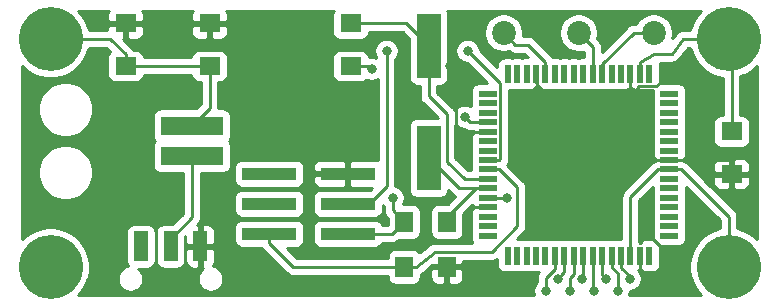
<source format=gbr>
G04 #@! TF.GenerationSoftware,KiCad,Pcbnew,(5.1.2)-2*
G04 #@! TF.CreationDate,2019-06-19T11:54:50-04:00*
G04 #@! TF.ProjectId,binary_counter,62696e61-7279-45f6-936f-756e7465722e,rev?*
G04 #@! TF.SameCoordinates,Original*
G04 #@! TF.FileFunction,Copper,L1,Top*
G04 #@! TF.FilePolarity,Positive*
%FSLAX46Y46*%
G04 Gerber Fmt 4.6, Leading zero omitted, Abs format (unit mm)*
G04 Created by KiCad (PCBNEW (5.1.2)-2) date 2019-06-19 11:54:50*
%MOMM*%
%LPD*%
G04 APERTURE LIST*
%ADD10R,1.500000X1.800000*%
%ADD11R,4.655000X1.080000*%
%ADD12C,2.020000*%
%ADD13R,2.000000X5.500000*%
%ADD14R,1.200000X2.500000*%
%ADD15R,5.330000X1.650000*%
%ADD16R,1.500000X0.550000*%
%ADD17R,0.550000X1.500000*%
%ADD18R,1.800000X1.500000*%
%ADD19C,5.410200*%
%ADD20C,0.800000*%
%ADD21C,0.250000*%
%ADD22C,0.254000*%
G04 APERTURE END LIST*
D10*
X136928000Y-123952000D03*
X133328000Y-123952000D03*
D11*
X128544500Y-121158000D03*
X121899500Y-121158000D03*
X128544500Y-118618000D03*
X121899500Y-118618000D03*
X128544500Y-116078000D03*
X121899500Y-116078000D03*
D12*
X141732000Y-104140000D03*
X148082000Y-104140000D03*
X154432000Y-104140000D03*
D13*
X135382000Y-114732000D03*
X135382000Y-105232000D03*
D14*
X116038000Y-122218000D03*
X113538000Y-122218000D03*
X111038000Y-122218000D03*
D15*
X115338000Y-112014000D03*
X115338000Y-114554000D03*
D16*
X140382000Y-121316000D03*
X140382000Y-120516000D03*
X140382000Y-119716000D03*
X140382000Y-118916000D03*
X140382000Y-118116000D03*
X140382000Y-117316000D03*
X140382000Y-116516000D03*
X140382000Y-115716000D03*
X140382000Y-114916000D03*
X140382000Y-114116000D03*
X140382000Y-113316000D03*
X140382000Y-112516000D03*
X140382000Y-111716000D03*
X140382000Y-110916000D03*
X140382000Y-110116000D03*
X140382000Y-109316000D03*
D17*
X142082000Y-107616000D03*
X142882000Y-107616000D03*
X143682000Y-107616000D03*
X144482000Y-107616000D03*
X145282000Y-107616000D03*
X146082000Y-107616000D03*
X146882000Y-107616000D03*
X147682000Y-107616000D03*
X148482000Y-107616000D03*
X149282000Y-107616000D03*
X150082000Y-107616000D03*
X150882000Y-107616000D03*
X151682000Y-107616000D03*
X152482000Y-107616000D03*
X153282000Y-107616000D03*
X154082000Y-107616000D03*
D16*
X155782000Y-109316000D03*
X155782000Y-110116000D03*
X155782000Y-110916000D03*
X155782000Y-111716000D03*
X155782000Y-112516000D03*
X155782000Y-113316000D03*
X155782000Y-114116000D03*
X155782000Y-114916000D03*
X155782000Y-115716000D03*
X155782000Y-116516000D03*
X155782000Y-117316000D03*
X155782000Y-118116000D03*
X155782000Y-118916000D03*
X155782000Y-119716000D03*
X155782000Y-120516000D03*
X155782000Y-121316000D03*
D17*
X154082000Y-123016000D03*
X153282000Y-123016000D03*
X152482000Y-123016000D03*
X151682000Y-123016000D03*
X150882000Y-123016000D03*
X150082000Y-123016000D03*
X149282000Y-123016000D03*
X148482000Y-123016000D03*
X147682000Y-123016000D03*
X146882000Y-123016000D03*
X146082000Y-123016000D03*
X145282000Y-123016000D03*
X144482000Y-123016000D03*
X143682000Y-123016000D03*
X142882000Y-123016000D03*
X142082000Y-123016000D03*
D10*
X136928000Y-120142000D03*
X133328000Y-120142000D03*
D18*
X128778000Y-103356000D03*
X128778000Y-106956000D03*
X116840000Y-106956000D03*
X116840000Y-103356000D03*
X109728000Y-106956000D03*
X109728000Y-103356000D03*
X161036000Y-112500000D03*
X161036000Y-116100000D03*
D19*
X103378000Y-104648000D03*
X103378000Y-123952000D03*
X160782000Y-123952000D03*
X160782000Y-104648000D03*
D20*
X141986000Y-118110000D03*
X138430000Y-111252000D03*
X130556000Y-107188000D03*
X132334000Y-118110000D03*
X109728000Y-109474000D03*
X152400000Y-109474000D03*
X158388000Y-114916000D03*
X158242000Y-119872003D03*
X133096000Y-106934000D03*
X137160000Y-106934000D03*
X138684000Y-105664000D03*
X131826000Y-105664000D03*
X152400000Y-124968000D03*
X151384000Y-125984000D03*
X150368000Y-124968000D03*
X149352000Y-125983998D03*
X148336000Y-124968000D03*
X147320000Y-125983994D03*
X146304008Y-124968004D03*
X145287996Y-125984000D03*
D21*
X142741999Y-105149999D02*
X141732000Y-104140000D01*
X143815999Y-105149999D02*
X142741999Y-105149999D01*
X145282000Y-106616000D02*
X143815999Y-105149999D01*
X145282000Y-107616000D02*
X145282000Y-106616000D01*
X156956411Y-104648000D02*
X160782000Y-104648000D01*
X155956000Y-105918000D02*
X156956411Y-104648000D01*
X154432000Y-105918000D02*
X155956000Y-105918000D01*
X153282000Y-107616000D02*
X153282000Y-106616000D01*
X153282000Y-106616000D02*
X154432000Y-105918000D01*
X109728000Y-105956000D02*
X109728000Y-106956000D01*
X108420000Y-104648000D02*
X109728000Y-105956000D01*
X103378000Y-104648000D02*
X108420000Y-104648000D01*
X109728000Y-106956000D02*
X116840000Y-106956000D01*
X116840000Y-110512000D02*
X115338000Y-112014000D01*
X116840000Y-106956000D02*
X116840000Y-110512000D01*
X161036000Y-104902000D02*
X160782000Y-104648000D01*
X161036000Y-112500000D02*
X161036000Y-104902000D01*
X154782000Y-115716000D02*
X155782000Y-115716000D01*
X152482000Y-118016000D02*
X154782000Y-115716000D01*
X152482000Y-123016000D02*
X152482000Y-118016000D01*
X140382000Y-118116000D02*
X141980000Y-118116000D01*
X141980000Y-118116000D02*
X141986000Y-118110000D01*
X160782000Y-120126411D02*
X160782000Y-123952000D01*
X160782000Y-119716000D02*
X160782000Y-120126411D01*
X156782000Y-115716000D02*
X160782000Y-119716000D01*
X155782000Y-115716000D02*
X156782000Y-115716000D01*
X128778000Y-106956000D02*
X130324000Y-106956000D01*
X130324000Y-106956000D02*
X130556000Y-107188000D01*
X132312000Y-121158000D02*
X133328000Y-120142000D01*
X128544500Y-121158000D02*
X132312000Y-121158000D01*
X132334000Y-119148000D02*
X133328000Y-120142000D01*
X132334000Y-118110000D02*
X132334000Y-119148000D01*
X138894000Y-111716000D02*
X138430000Y-111252000D01*
X140382000Y-111716000D02*
X138894000Y-111716000D01*
X154940000Y-122174000D02*
X154178000Y-121412000D01*
X154940000Y-122174000D02*
X155702000Y-122936000D01*
X161036000Y-115100000D02*
X161036000Y-116100000D01*
X160852000Y-114916000D02*
X161036000Y-115100000D01*
X155782000Y-114916000D02*
X158388000Y-114916000D01*
X140382000Y-118916000D02*
X139236000Y-118916000D01*
X152799999Y-109074001D02*
X152400000Y-109474000D01*
X152482000Y-107616000D02*
X152482000Y-108616000D01*
X152400000Y-108698000D02*
X152400000Y-109474000D01*
X152482000Y-108616000D02*
X152400000Y-108698000D01*
X151834315Y-109474000D02*
X152400000Y-109474000D01*
X145529998Y-109474000D02*
X151834315Y-109474000D01*
X144482000Y-108426002D02*
X145529998Y-109474000D01*
X144482000Y-107616000D02*
X144482000Y-108426002D01*
X158388000Y-114916000D02*
X160852000Y-114916000D01*
X153282000Y-124072000D02*
X153282000Y-123016000D01*
X155782000Y-114916000D02*
X154178000Y-114916000D01*
X154617001Y-108691001D02*
X155194000Y-108204000D01*
X152400000Y-109474000D02*
X153182999Y-108691001D01*
X153182999Y-108691001D02*
X154617001Y-108691001D01*
X138620998Y-112516000D02*
X140382000Y-112516000D01*
X138170000Y-112516000D02*
X138620998Y-112516000D01*
X137668000Y-110490000D02*
X137668000Y-112014000D01*
X137668000Y-112014000D02*
X138170000Y-112516000D01*
X133506000Y-103356000D02*
X135382000Y-105232000D01*
X128778000Y-103356000D02*
X133506000Y-103356000D01*
X138430000Y-116516000D02*
X140382000Y-116516000D01*
X136906000Y-115062000D02*
X138430000Y-116516000D01*
X136906000Y-110998000D02*
X136906000Y-115062000D01*
X135382000Y-105232000D02*
X135382000Y-109531002D01*
X135382000Y-109531002D02*
X136906000Y-110998000D01*
X135382000Y-116482000D02*
X135382000Y-114732000D01*
X140382000Y-117316000D02*
X137966000Y-117316000D01*
X137966000Y-117316000D02*
X135382000Y-114732000D01*
X139382000Y-117316000D02*
X140382000Y-117316000D01*
X136928000Y-119770000D02*
X139382000Y-117316000D01*
X136928000Y-120142000D02*
X136928000Y-119770000D01*
X121899500Y-121948000D02*
X121899500Y-121158000D01*
X123903500Y-123952000D02*
X121899500Y-121948000D01*
X133328000Y-123952000D02*
X123903500Y-123952000D01*
X140382000Y-115716000D02*
X141382000Y-115716000D01*
X142881000Y-117215000D02*
X142875000Y-120523000D01*
X134328000Y-123952000D02*
X133328000Y-123952000D01*
X142875000Y-120523000D02*
X140716000Y-122682000D01*
X140716000Y-122682000D02*
X135890000Y-122682000D01*
X141382000Y-115716000D02*
X142881000Y-117215000D01*
X135890000Y-122682000D02*
X134328000Y-123952000D01*
X141457001Y-114840999D02*
X141457001Y-108437001D01*
X140382000Y-114916000D02*
X141382000Y-114916000D01*
X141382000Y-114916000D02*
X141457001Y-114840999D01*
X141457001Y-108437001D02*
X138684000Y-105664000D01*
X130332000Y-118618000D02*
X128544500Y-118618000D01*
X131826000Y-117124000D02*
X130332000Y-118618000D01*
X131826000Y-105410000D02*
X131826000Y-117124000D01*
X149282000Y-105340000D02*
X148082000Y-104140000D01*
X149282000Y-107616000D02*
X149282000Y-105340000D01*
X153003645Y-104140000D02*
X154432000Y-104140000D01*
X152747998Y-104140000D02*
X153003645Y-104140000D01*
X150082000Y-106805998D02*
X152747998Y-104140000D01*
X150082000Y-107616000D02*
X150082000Y-106805998D01*
X151682000Y-123016000D02*
X151682000Y-124016000D01*
X152400000Y-124734000D02*
X152400000Y-124968000D01*
X151682000Y-124016000D02*
X152400000Y-124734000D01*
X150882000Y-123016000D02*
X150882000Y-124016000D01*
X150882000Y-124016000D02*
X151384000Y-124518000D01*
X151384000Y-125672315D02*
X151384000Y-126238000D01*
X151384000Y-124518000D02*
X151384000Y-125672315D01*
X150082000Y-123016000D02*
X150082000Y-124682000D01*
X150082000Y-124682000D02*
X150368000Y-124968000D01*
X149282000Y-126167998D02*
X149352000Y-126237998D01*
X149282000Y-123016000D02*
X149282000Y-126167998D01*
X148482000Y-123016000D02*
X148482000Y-124822000D01*
X148482000Y-124822000D02*
X148336000Y-124968000D01*
X147682000Y-124548996D02*
X147320000Y-124910996D01*
X147320000Y-125672309D02*
X147320000Y-126237994D01*
X147682000Y-123016000D02*
X147682000Y-124548996D01*
X147320000Y-124910996D02*
X147320000Y-125672309D01*
X146882000Y-124390012D02*
X146704007Y-124568005D01*
X146704007Y-124568005D02*
X146304008Y-124968004D01*
X146882000Y-123016000D02*
X146882000Y-124390012D01*
X145287996Y-125672315D02*
X145287996Y-126238000D01*
X145287996Y-124911008D02*
X145287996Y-125672315D01*
X146082000Y-123016000D02*
X146082000Y-124117004D01*
X146082000Y-124117004D02*
X145287996Y-124911008D01*
X113538000Y-121568000D02*
X113538000Y-122218000D01*
X115338000Y-119768000D02*
X113538000Y-121568000D01*
X115338000Y-114554000D02*
X115338000Y-119768000D01*
D22*
G36*
X160022000Y-120030802D02*
G01*
X160022000Y-120697637D01*
X159807729Y-120740258D01*
X159199870Y-120992042D01*
X158652811Y-121357575D01*
X158187575Y-121822811D01*
X157822042Y-122369870D01*
X157570258Y-122977729D01*
X157441900Y-123623029D01*
X157441900Y-124280971D01*
X157570258Y-124926271D01*
X157822042Y-125534130D01*
X158187575Y-126081189D01*
X158446386Y-126340000D01*
X152356816Y-126340000D01*
X152379226Y-126285898D01*
X152419000Y-126085939D01*
X152419000Y-126003000D01*
X152501939Y-126003000D01*
X152701898Y-125963226D01*
X152890256Y-125885205D01*
X153059774Y-125771937D01*
X153203937Y-125627774D01*
X153317205Y-125458256D01*
X153395226Y-125269898D01*
X153435000Y-125069939D01*
X153435000Y-124866061D01*
X153395226Y-124666102D01*
X153317205Y-124477744D01*
X153203937Y-124308226D01*
X153155848Y-124260137D01*
X153208185Y-124217185D01*
X153282000Y-124127241D01*
X153355815Y-124217185D01*
X153452506Y-124296537D01*
X153475667Y-124308917D01*
X153567750Y-124401000D01*
X153681337Y-124391454D01*
X153682518Y-124391812D01*
X153807000Y-124404072D01*
X154357000Y-124404072D01*
X154481482Y-124391812D01*
X154601180Y-124355502D01*
X154711494Y-124296537D01*
X154808185Y-124217185D01*
X154887537Y-124120494D01*
X154946502Y-124010180D01*
X154982812Y-123890482D01*
X154995072Y-123766000D01*
X154995072Y-122266000D01*
X154991038Y-122225038D01*
X155032000Y-122229072D01*
X156532000Y-122229072D01*
X156656482Y-122216812D01*
X156776180Y-122180502D01*
X156886494Y-122121537D01*
X156983185Y-122042185D01*
X157062537Y-121945494D01*
X157121502Y-121835180D01*
X157157812Y-121715482D01*
X157170072Y-121591000D01*
X157170072Y-121041000D01*
X157157812Y-120916518D01*
X157157655Y-120916000D01*
X157157812Y-120915482D01*
X157170072Y-120791000D01*
X157170072Y-120241000D01*
X157157812Y-120116518D01*
X157157655Y-120116000D01*
X157157812Y-120115482D01*
X157170072Y-119991000D01*
X157170072Y-119441000D01*
X157157812Y-119316518D01*
X157157655Y-119316000D01*
X157157812Y-119315482D01*
X157170072Y-119191000D01*
X157170072Y-118641000D01*
X157157812Y-118516518D01*
X157157655Y-118516000D01*
X157157812Y-118515482D01*
X157170072Y-118391000D01*
X157170072Y-117841000D01*
X157157812Y-117716518D01*
X157157655Y-117716000D01*
X157157812Y-117715482D01*
X157170072Y-117591000D01*
X157170072Y-117178873D01*
X160022000Y-120030802D01*
X160022000Y-120030802D01*
G37*
X160022000Y-120030802D02*
X160022000Y-120697637D01*
X159807729Y-120740258D01*
X159199870Y-120992042D01*
X158652811Y-121357575D01*
X158187575Y-121822811D01*
X157822042Y-122369870D01*
X157570258Y-122977729D01*
X157441900Y-123623029D01*
X157441900Y-124280971D01*
X157570258Y-124926271D01*
X157822042Y-125534130D01*
X158187575Y-126081189D01*
X158446386Y-126340000D01*
X152356816Y-126340000D01*
X152379226Y-126285898D01*
X152419000Y-126085939D01*
X152419000Y-126003000D01*
X152501939Y-126003000D01*
X152701898Y-125963226D01*
X152890256Y-125885205D01*
X153059774Y-125771937D01*
X153203937Y-125627774D01*
X153317205Y-125458256D01*
X153395226Y-125269898D01*
X153435000Y-125069939D01*
X153435000Y-124866061D01*
X153395226Y-124666102D01*
X153317205Y-124477744D01*
X153203937Y-124308226D01*
X153155848Y-124260137D01*
X153208185Y-124217185D01*
X153282000Y-124127241D01*
X153355815Y-124217185D01*
X153452506Y-124296537D01*
X153475667Y-124308917D01*
X153567750Y-124401000D01*
X153681337Y-124391454D01*
X153682518Y-124391812D01*
X153807000Y-124404072D01*
X154357000Y-124404072D01*
X154481482Y-124391812D01*
X154601180Y-124355502D01*
X154711494Y-124296537D01*
X154808185Y-124217185D01*
X154887537Y-124120494D01*
X154946502Y-124010180D01*
X154982812Y-123890482D01*
X154995072Y-123766000D01*
X154995072Y-122266000D01*
X154991038Y-122225038D01*
X155032000Y-122229072D01*
X156532000Y-122229072D01*
X156656482Y-122216812D01*
X156776180Y-122180502D01*
X156886494Y-122121537D01*
X156983185Y-122042185D01*
X157062537Y-121945494D01*
X157121502Y-121835180D01*
X157157812Y-121715482D01*
X157170072Y-121591000D01*
X157170072Y-121041000D01*
X157157812Y-120916518D01*
X157157655Y-120916000D01*
X157157812Y-120915482D01*
X157170072Y-120791000D01*
X157170072Y-120241000D01*
X157157812Y-120116518D01*
X157157655Y-120116000D01*
X157157812Y-120115482D01*
X157170072Y-119991000D01*
X157170072Y-119441000D01*
X157157812Y-119316518D01*
X157157655Y-119316000D01*
X157157812Y-119315482D01*
X157170072Y-119191000D01*
X157170072Y-118641000D01*
X157157812Y-118516518D01*
X157157655Y-118516000D01*
X157157812Y-118515482D01*
X157170072Y-118391000D01*
X157170072Y-117841000D01*
X157157812Y-117716518D01*
X157157655Y-117716000D01*
X157157812Y-117715482D01*
X157170072Y-117591000D01*
X157170072Y-117178873D01*
X160022000Y-120030802D01*
G36*
X108238498Y-102361820D02*
G01*
X108202188Y-102481518D01*
X108189928Y-102606000D01*
X108193000Y-103070250D01*
X108351750Y-103229000D01*
X109601000Y-103229000D01*
X109601000Y-103209000D01*
X109855000Y-103209000D01*
X109855000Y-103229000D01*
X111104250Y-103229000D01*
X111263000Y-103070250D01*
X111266072Y-102606000D01*
X111253812Y-102481518D01*
X111217502Y-102361820D01*
X111163077Y-102260000D01*
X115404923Y-102260000D01*
X115350498Y-102361820D01*
X115314188Y-102481518D01*
X115301928Y-102606000D01*
X115305000Y-103070250D01*
X115463750Y-103229000D01*
X116713000Y-103229000D01*
X116713000Y-103209000D01*
X116967000Y-103209000D01*
X116967000Y-103229000D01*
X118216250Y-103229000D01*
X118375000Y-103070250D01*
X118378072Y-102606000D01*
X118365812Y-102481518D01*
X118329502Y-102361820D01*
X118275077Y-102260000D01*
X127342923Y-102260000D01*
X127288498Y-102361820D01*
X127252188Y-102481518D01*
X127239928Y-102606000D01*
X127239928Y-104106000D01*
X127252188Y-104230482D01*
X127288498Y-104350180D01*
X127347463Y-104460494D01*
X127426815Y-104557185D01*
X127523506Y-104636537D01*
X127633820Y-104695502D01*
X127753518Y-104731812D01*
X127878000Y-104744072D01*
X129678000Y-104744072D01*
X129802482Y-104731812D01*
X129922180Y-104695502D01*
X130032494Y-104636537D01*
X130129185Y-104557185D01*
X130208537Y-104460494D01*
X130267502Y-104350180D01*
X130303812Y-104230482D01*
X130315087Y-104116000D01*
X133191199Y-104116000D01*
X133743928Y-104668729D01*
X133743928Y-107982000D01*
X133756188Y-108106482D01*
X133792498Y-108226180D01*
X133851463Y-108336494D01*
X133930815Y-108433185D01*
X134027506Y-108512537D01*
X134137820Y-108571502D01*
X134257518Y-108607812D01*
X134382000Y-108620072D01*
X134622001Y-108620072D01*
X134622001Y-109500919D01*
X134618462Y-109545553D01*
X134626374Y-109612736D01*
X134632998Y-109679988D01*
X134635117Y-109686974D01*
X134635972Y-109694232D01*
X134656835Y-109758569D01*
X134676455Y-109823249D01*
X134679897Y-109829689D01*
X134682151Y-109836639D01*
X134715166Y-109895671D01*
X134747027Y-109955278D01*
X134751659Y-109960922D01*
X134755226Y-109967300D01*
X134799117Y-110018750D01*
X134842000Y-110071003D01*
X134876605Y-110099402D01*
X136146000Y-111321320D01*
X136146000Y-111343928D01*
X134382000Y-111343928D01*
X134257518Y-111356188D01*
X134137820Y-111392498D01*
X134027506Y-111451463D01*
X133930815Y-111530815D01*
X133851463Y-111627506D01*
X133792498Y-111737820D01*
X133756188Y-111857518D01*
X133743928Y-111982000D01*
X133743928Y-117482000D01*
X133756188Y-117606482D01*
X133792498Y-117726180D01*
X133851463Y-117836494D01*
X133930815Y-117933185D01*
X134027506Y-118012537D01*
X134137820Y-118071502D01*
X134257518Y-118107812D01*
X134382000Y-118120072D01*
X136382000Y-118120072D01*
X136506482Y-118107812D01*
X136626180Y-118071502D01*
X136736494Y-118012537D01*
X136833185Y-117933185D01*
X136912537Y-117836494D01*
X136971502Y-117726180D01*
X137007812Y-117606482D01*
X137020072Y-117482000D01*
X137020072Y-117444874D01*
X137402201Y-117827003D01*
X137425999Y-117856001D01*
X137541724Y-117950974D01*
X137626767Y-117996431D01*
X137019271Y-118603928D01*
X136178000Y-118603928D01*
X136053518Y-118616188D01*
X135933820Y-118652498D01*
X135823506Y-118711463D01*
X135726815Y-118790815D01*
X135647463Y-118887506D01*
X135588498Y-118997820D01*
X135552188Y-119117518D01*
X135539928Y-119242000D01*
X135539928Y-121042000D01*
X135552188Y-121166482D01*
X135588498Y-121286180D01*
X135647463Y-121396494D01*
X135726815Y-121493185D01*
X135823506Y-121572537D01*
X135933820Y-121631502D01*
X136053518Y-121667812D01*
X136178000Y-121680072D01*
X137678000Y-121680072D01*
X137802482Y-121667812D01*
X137922180Y-121631502D01*
X138032494Y-121572537D01*
X138129185Y-121493185D01*
X138208537Y-121396494D01*
X138267502Y-121286180D01*
X138303812Y-121166482D01*
X138316072Y-121042000D01*
X138316072Y-119456729D01*
X139069776Y-118703026D01*
X139089083Y-118722333D01*
X139101463Y-118745494D01*
X139180815Y-118842185D01*
X139270759Y-118916000D01*
X139180815Y-118989815D01*
X139101463Y-119086506D01*
X139089083Y-119109667D01*
X138997000Y-119201750D01*
X139006546Y-119315337D01*
X139006188Y-119316518D01*
X138993928Y-119441000D01*
X138993928Y-119991000D01*
X139006188Y-120115482D01*
X139006345Y-120116000D01*
X139006188Y-120116518D01*
X138993928Y-120241000D01*
X138993928Y-120791000D01*
X139006188Y-120915482D01*
X139006345Y-120916000D01*
X139006188Y-120916518D01*
X138993928Y-121041000D01*
X138993928Y-121591000D01*
X139006188Y-121715482D01*
X139042498Y-121835180D01*
X139088905Y-121922000D01*
X135891503Y-121922000D01*
X135818620Y-121921667D01*
X135780086Y-121929149D01*
X135741014Y-121932997D01*
X135706779Y-121943382D01*
X135671658Y-121950201D01*
X135635324Y-121965057D01*
X135597753Y-121976454D01*
X135566194Y-121993323D01*
X135533086Y-122006860D01*
X135500350Y-122028518D01*
X135465724Y-122047026D01*
X135409263Y-122093363D01*
X134626010Y-122730194D01*
X134608537Y-122697506D01*
X134529185Y-122600815D01*
X134432494Y-122521463D01*
X134322180Y-122462498D01*
X134202482Y-122426188D01*
X134078000Y-122413928D01*
X132578000Y-122413928D01*
X132453518Y-122426188D01*
X132333820Y-122462498D01*
X132223506Y-122521463D01*
X132126815Y-122600815D01*
X132047463Y-122697506D01*
X131988498Y-122807820D01*
X131952188Y-122927518D01*
X131939928Y-123052000D01*
X131939928Y-123192000D01*
X124218302Y-123192000D01*
X123362373Y-122336072D01*
X124227000Y-122336072D01*
X124351482Y-122323812D01*
X124471180Y-122287502D01*
X124581494Y-122228537D01*
X124678185Y-122149185D01*
X124757537Y-122052494D01*
X124816502Y-121942180D01*
X124852812Y-121822482D01*
X124865072Y-121698000D01*
X124865072Y-120618000D01*
X124852812Y-120493518D01*
X124816502Y-120373820D01*
X124757537Y-120263506D01*
X124678185Y-120166815D01*
X124581494Y-120087463D01*
X124471180Y-120028498D01*
X124351482Y-119992188D01*
X124227000Y-119979928D01*
X119572000Y-119979928D01*
X119447518Y-119992188D01*
X119327820Y-120028498D01*
X119217506Y-120087463D01*
X119120815Y-120166815D01*
X119041463Y-120263506D01*
X118982498Y-120373820D01*
X118946188Y-120493518D01*
X118933928Y-120618000D01*
X118933928Y-121698000D01*
X118946188Y-121822482D01*
X118982498Y-121942180D01*
X119041463Y-122052494D01*
X119120815Y-122149185D01*
X119217506Y-122228537D01*
X119327820Y-122287502D01*
X119447518Y-122323812D01*
X119572000Y-122336072D01*
X121245174Y-122336072D01*
X121264526Y-122372276D01*
X121304371Y-122420826D01*
X121359499Y-122488001D01*
X121388503Y-122511804D01*
X123339701Y-124463003D01*
X123363499Y-124492001D01*
X123392497Y-124515799D01*
X123479223Y-124586974D01*
X123538692Y-124618761D01*
X123611253Y-124657546D01*
X123754514Y-124701003D01*
X123866167Y-124712000D01*
X123866177Y-124712000D01*
X123903500Y-124715676D01*
X123940822Y-124712000D01*
X131939928Y-124712000D01*
X131939928Y-124852000D01*
X131952188Y-124976482D01*
X131988498Y-125096180D01*
X132047463Y-125206494D01*
X132126815Y-125303185D01*
X132223506Y-125382537D01*
X132333820Y-125441502D01*
X132453518Y-125477812D01*
X132578000Y-125490072D01*
X134078000Y-125490072D01*
X134202482Y-125477812D01*
X134322180Y-125441502D01*
X134432494Y-125382537D01*
X134529185Y-125303185D01*
X134608537Y-125206494D01*
X134667502Y-125096180D01*
X134703812Y-124976482D01*
X134716072Y-124852000D01*
X135539928Y-124852000D01*
X135552188Y-124976482D01*
X135588498Y-125096180D01*
X135647463Y-125206494D01*
X135726815Y-125303185D01*
X135823506Y-125382537D01*
X135933820Y-125441502D01*
X136053518Y-125477812D01*
X136178000Y-125490072D01*
X136642250Y-125487000D01*
X136801000Y-125328250D01*
X136801000Y-124079000D01*
X137055000Y-124079000D01*
X137055000Y-125328250D01*
X137213750Y-125487000D01*
X137678000Y-125490072D01*
X137802482Y-125477812D01*
X137922180Y-125441502D01*
X138032494Y-125382537D01*
X138129185Y-125303185D01*
X138208537Y-125206494D01*
X138267502Y-125096180D01*
X138303812Y-124976482D01*
X138316072Y-124852000D01*
X138313000Y-124237750D01*
X138154250Y-124079000D01*
X137055000Y-124079000D01*
X136801000Y-124079000D01*
X135701750Y-124079000D01*
X135543000Y-124237750D01*
X135539928Y-124852000D01*
X134716072Y-124852000D01*
X134716072Y-124606526D01*
X134717645Y-124605485D01*
X134752276Y-124586974D01*
X134808840Y-124540553D01*
X135695994Y-123819244D01*
X135701750Y-123825000D01*
X136801000Y-123825000D01*
X136801000Y-123805000D01*
X137055000Y-123805000D01*
X137055000Y-123825000D01*
X138154250Y-123825000D01*
X138313000Y-123666250D01*
X138314122Y-123442000D01*
X140678678Y-123442000D01*
X140716000Y-123445676D01*
X140753322Y-123442000D01*
X140753333Y-123442000D01*
X140864986Y-123431003D01*
X141008247Y-123387546D01*
X141140276Y-123316974D01*
X141168928Y-123293460D01*
X141168928Y-123766000D01*
X141181188Y-123890482D01*
X141217498Y-124010180D01*
X141276463Y-124120494D01*
X141355815Y-124217185D01*
X141452506Y-124296537D01*
X141562820Y-124355502D01*
X141682518Y-124391812D01*
X141807000Y-124404072D01*
X142357000Y-124404072D01*
X142481482Y-124391812D01*
X142482000Y-124391655D01*
X142482518Y-124391812D01*
X142607000Y-124404072D01*
X143157000Y-124404072D01*
X143281482Y-124391812D01*
X143282000Y-124391655D01*
X143282518Y-124391812D01*
X143407000Y-124404072D01*
X143957000Y-124404072D01*
X144081482Y-124391812D01*
X144082000Y-124391655D01*
X144082518Y-124391812D01*
X144207000Y-124404072D01*
X144720860Y-124404072D01*
X144708592Y-124419020D01*
X144653022Y-124486732D01*
X144609580Y-124568006D01*
X144582450Y-124618762D01*
X144538993Y-124762023D01*
X144527996Y-124873676D01*
X144527996Y-124873686D01*
X144524320Y-124911008D01*
X144527996Y-124948330D01*
X144527996Y-125280289D01*
X144484059Y-125324226D01*
X144370791Y-125493744D01*
X144292770Y-125682102D01*
X144252996Y-125882061D01*
X144252996Y-126085939D01*
X144292770Y-126285898D01*
X144315180Y-126340000D01*
X105713614Y-126340000D01*
X105972425Y-126081189D01*
X106337958Y-125534130D01*
X106589742Y-124926271D01*
X106602697Y-124861137D01*
X109053000Y-124861137D01*
X109053000Y-125074863D01*
X109094696Y-125284483D01*
X109176485Y-125481940D01*
X109295225Y-125659647D01*
X109446353Y-125810775D01*
X109624060Y-125929515D01*
X109821517Y-126011304D01*
X110031137Y-126053000D01*
X110244863Y-126053000D01*
X110454483Y-126011304D01*
X110651940Y-125929515D01*
X110829647Y-125810775D01*
X110980775Y-125659647D01*
X111099515Y-125481940D01*
X111181304Y-125284483D01*
X111223000Y-125074863D01*
X111223000Y-124861137D01*
X115853000Y-124861137D01*
X115853000Y-125074863D01*
X115894696Y-125284483D01*
X115976485Y-125481940D01*
X116095225Y-125659647D01*
X116246353Y-125810775D01*
X116424060Y-125929515D01*
X116621517Y-126011304D01*
X116831137Y-126053000D01*
X117044863Y-126053000D01*
X117254483Y-126011304D01*
X117451940Y-125929515D01*
X117629647Y-125810775D01*
X117780775Y-125659647D01*
X117899515Y-125481940D01*
X117981304Y-125284483D01*
X118023000Y-125074863D01*
X118023000Y-124861137D01*
X117981304Y-124651517D01*
X117899515Y-124454060D01*
X117780775Y-124276353D01*
X117629647Y-124125225D01*
X117451940Y-124006485D01*
X117254483Y-123924696D01*
X117108494Y-123895657D01*
X117168537Y-123822494D01*
X117227502Y-123712180D01*
X117263812Y-123592482D01*
X117276072Y-123468000D01*
X117273000Y-122503750D01*
X117114250Y-122345000D01*
X116165000Y-122345000D01*
X116165000Y-123944250D01*
X116306072Y-124085322D01*
X116246353Y-124125225D01*
X116095225Y-124276353D01*
X115976485Y-124454060D01*
X115894696Y-124651517D01*
X115853000Y-124861137D01*
X111223000Y-124861137D01*
X111181304Y-124651517D01*
X111099515Y-124454060D01*
X110980775Y-124276353D01*
X110829647Y-124125225D01*
X110800983Y-124106072D01*
X111638000Y-124106072D01*
X111762482Y-124093812D01*
X111882180Y-124057502D01*
X111992494Y-123998537D01*
X112089185Y-123919185D01*
X112168537Y-123822494D01*
X112227502Y-123712180D01*
X112263812Y-123592482D01*
X112276072Y-123468000D01*
X112276072Y-120968000D01*
X112263812Y-120843518D01*
X112227502Y-120723820D01*
X112168537Y-120613506D01*
X112089185Y-120516815D01*
X111992494Y-120437463D01*
X111882180Y-120378498D01*
X111762482Y-120342188D01*
X111638000Y-120329928D01*
X110438000Y-120329928D01*
X110313518Y-120342188D01*
X110193820Y-120378498D01*
X110083506Y-120437463D01*
X109986815Y-120516815D01*
X109907463Y-120613506D01*
X109848498Y-120723820D01*
X109812188Y-120843518D01*
X109799928Y-120968000D01*
X109799928Y-123468000D01*
X109812188Y-123592482D01*
X109848498Y-123712180D01*
X109907463Y-123822494D01*
X109967506Y-123895657D01*
X109821517Y-123924696D01*
X109624060Y-124006485D01*
X109446353Y-124125225D01*
X109295225Y-124276353D01*
X109176485Y-124454060D01*
X109094696Y-124651517D01*
X109053000Y-124861137D01*
X106602697Y-124861137D01*
X106718100Y-124280971D01*
X106718100Y-123623029D01*
X106589742Y-122977729D01*
X106337958Y-122369870D01*
X105972425Y-121822811D01*
X105507189Y-121357575D01*
X104960130Y-120992042D01*
X104352271Y-120740258D01*
X103706971Y-120611900D01*
X103049029Y-120611900D01*
X102403729Y-120740258D01*
X101795870Y-120992042D01*
X101248811Y-121357575D01*
X100990000Y-121616386D01*
X100990000Y-115724023D01*
X102313000Y-115724023D01*
X102313000Y-116183977D01*
X102402733Y-116635094D01*
X102578750Y-117060037D01*
X102834287Y-117442476D01*
X103159524Y-117767713D01*
X103541963Y-118023250D01*
X103966906Y-118199267D01*
X104418023Y-118289000D01*
X104877977Y-118289000D01*
X105329094Y-118199267D01*
X105754037Y-118023250D01*
X106136476Y-117767713D01*
X106461713Y-117442476D01*
X106717250Y-117060037D01*
X106893267Y-116635094D01*
X106983000Y-116183977D01*
X106983000Y-115724023D01*
X106893267Y-115272906D01*
X106717250Y-114847963D01*
X106461713Y-114465524D01*
X106136476Y-114140287D01*
X105754037Y-113884750D01*
X105329094Y-113708733D01*
X104877977Y-113619000D01*
X104418023Y-113619000D01*
X103966906Y-113708733D01*
X103541963Y-113884750D01*
X103159524Y-114140287D01*
X102834287Y-114465524D01*
X102578750Y-114847963D01*
X102402733Y-115272906D01*
X102313000Y-115724023D01*
X100990000Y-115724023D01*
X100990000Y-110384023D01*
X102313000Y-110384023D01*
X102313000Y-110843977D01*
X102402733Y-111295094D01*
X102578750Y-111720037D01*
X102834287Y-112102476D01*
X103159524Y-112427713D01*
X103541963Y-112683250D01*
X103966906Y-112859267D01*
X104418023Y-112949000D01*
X104877977Y-112949000D01*
X105329094Y-112859267D01*
X105754037Y-112683250D01*
X106136476Y-112427713D01*
X106461713Y-112102476D01*
X106717250Y-111720037D01*
X106893267Y-111295094D01*
X106983000Y-110843977D01*
X106983000Y-110384023D01*
X106893267Y-109932906D01*
X106717250Y-109507963D01*
X106461713Y-109125524D01*
X106136476Y-108800287D01*
X105754037Y-108544750D01*
X105329094Y-108368733D01*
X104877977Y-108279000D01*
X104418023Y-108279000D01*
X103966906Y-108368733D01*
X103541963Y-108544750D01*
X103159524Y-108800287D01*
X102834287Y-109125524D01*
X102578750Y-109507963D01*
X102402733Y-109932906D01*
X102313000Y-110384023D01*
X100990000Y-110384023D01*
X100990000Y-106983614D01*
X101248811Y-107242425D01*
X101795870Y-107607958D01*
X102403729Y-107859742D01*
X103049029Y-107988100D01*
X103706971Y-107988100D01*
X104352271Y-107859742D01*
X104960130Y-107607958D01*
X105507189Y-107242425D01*
X105972425Y-106777189D01*
X106337958Y-106230130D01*
X106589742Y-105622271D01*
X106632363Y-105408000D01*
X108105199Y-105408000D01*
X108418118Y-105720919D01*
X108376815Y-105754815D01*
X108297463Y-105851506D01*
X108238498Y-105961820D01*
X108202188Y-106081518D01*
X108189928Y-106206000D01*
X108189928Y-107706000D01*
X108202188Y-107830482D01*
X108238498Y-107950180D01*
X108297463Y-108060494D01*
X108376815Y-108157185D01*
X108473506Y-108236537D01*
X108583820Y-108295502D01*
X108703518Y-108331812D01*
X108828000Y-108344072D01*
X110628000Y-108344072D01*
X110752482Y-108331812D01*
X110872180Y-108295502D01*
X110982494Y-108236537D01*
X111079185Y-108157185D01*
X111158537Y-108060494D01*
X111217502Y-107950180D01*
X111253812Y-107830482D01*
X111265087Y-107716000D01*
X115302913Y-107716000D01*
X115314188Y-107830482D01*
X115350498Y-107950180D01*
X115409463Y-108060494D01*
X115488815Y-108157185D01*
X115585506Y-108236537D01*
X115695820Y-108295502D01*
X115815518Y-108331812D01*
X115940000Y-108344072D01*
X116080000Y-108344072D01*
X116080001Y-110197197D01*
X115726270Y-110550928D01*
X112673000Y-110550928D01*
X112548518Y-110563188D01*
X112428820Y-110599498D01*
X112318506Y-110658463D01*
X112221815Y-110737815D01*
X112142463Y-110834506D01*
X112083498Y-110944820D01*
X112047188Y-111064518D01*
X112034928Y-111189000D01*
X112034928Y-112839000D01*
X112047188Y-112963482D01*
X112083498Y-113083180D01*
X112142463Y-113193494D01*
X112216739Y-113284000D01*
X112142463Y-113374506D01*
X112083498Y-113484820D01*
X112047188Y-113604518D01*
X112034928Y-113729000D01*
X112034928Y-115379000D01*
X112047188Y-115503482D01*
X112083498Y-115623180D01*
X112142463Y-115733494D01*
X112221815Y-115830185D01*
X112318506Y-115909537D01*
X112428820Y-115968502D01*
X112548518Y-116004812D01*
X112673000Y-116017072D01*
X114578000Y-116017072D01*
X114578001Y-119453196D01*
X113701270Y-120329928D01*
X112938000Y-120329928D01*
X112813518Y-120342188D01*
X112693820Y-120378498D01*
X112583506Y-120437463D01*
X112486815Y-120516815D01*
X112407463Y-120613506D01*
X112348498Y-120723820D01*
X112312188Y-120843518D01*
X112299928Y-120968000D01*
X112299928Y-123468000D01*
X112312188Y-123592482D01*
X112348498Y-123712180D01*
X112407463Y-123822494D01*
X112486815Y-123919185D01*
X112583506Y-123998537D01*
X112693820Y-124057502D01*
X112813518Y-124093812D01*
X112938000Y-124106072D01*
X114138000Y-124106072D01*
X114262482Y-124093812D01*
X114382180Y-124057502D01*
X114492494Y-123998537D01*
X114589185Y-123919185D01*
X114668537Y-123822494D01*
X114727502Y-123712180D01*
X114763812Y-123592482D01*
X114776072Y-123468000D01*
X114799928Y-123468000D01*
X114812188Y-123592482D01*
X114848498Y-123712180D01*
X114907463Y-123822494D01*
X114986815Y-123919185D01*
X115083506Y-123998537D01*
X115193820Y-124057502D01*
X115313518Y-124093812D01*
X115438000Y-124106072D01*
X115752250Y-124103000D01*
X115911000Y-123944250D01*
X115911000Y-122345000D01*
X114961750Y-122345000D01*
X114803000Y-122503750D01*
X114799928Y-123468000D01*
X114776072Y-123468000D01*
X114776072Y-121404730D01*
X114801239Y-121379563D01*
X114803000Y-121932250D01*
X114961750Y-122091000D01*
X115911000Y-122091000D01*
X115911000Y-120491750D01*
X116165000Y-120491750D01*
X116165000Y-122091000D01*
X117114250Y-122091000D01*
X117273000Y-121932250D01*
X117276072Y-120968000D01*
X117263812Y-120843518D01*
X117227502Y-120723820D01*
X117168537Y-120613506D01*
X117089185Y-120516815D01*
X116992494Y-120437463D01*
X116882180Y-120378498D01*
X116762482Y-120342188D01*
X116638000Y-120329928D01*
X116323750Y-120333000D01*
X116165000Y-120491750D01*
X115911000Y-120491750D01*
X115800026Y-120380776D01*
X115849008Y-120331795D01*
X115878001Y-120308001D01*
X115901795Y-120279008D01*
X115901799Y-120279004D01*
X115959811Y-120208315D01*
X115972974Y-120192276D01*
X116043546Y-120060247D01*
X116087003Y-119916986D01*
X116098000Y-119805333D01*
X116098000Y-119805324D01*
X116101676Y-119768001D01*
X116098000Y-119730678D01*
X116098000Y-118078000D01*
X118933928Y-118078000D01*
X118933928Y-119158000D01*
X118946188Y-119282482D01*
X118982498Y-119402180D01*
X119041463Y-119512494D01*
X119120815Y-119609185D01*
X119217506Y-119688537D01*
X119327820Y-119747502D01*
X119447518Y-119783812D01*
X119572000Y-119796072D01*
X124227000Y-119796072D01*
X124351482Y-119783812D01*
X124471180Y-119747502D01*
X124581494Y-119688537D01*
X124678185Y-119609185D01*
X124757537Y-119512494D01*
X124816502Y-119402180D01*
X124852812Y-119282482D01*
X124865072Y-119158000D01*
X124865072Y-118078000D01*
X125578928Y-118078000D01*
X125578928Y-119158000D01*
X125591188Y-119282482D01*
X125627498Y-119402180D01*
X125686463Y-119512494D01*
X125765815Y-119609185D01*
X125862506Y-119688537D01*
X125972820Y-119747502D01*
X126092518Y-119783812D01*
X126217000Y-119796072D01*
X130872000Y-119796072D01*
X130996482Y-119783812D01*
X131116180Y-119747502D01*
X131226494Y-119688537D01*
X131323185Y-119609185D01*
X131402537Y-119512494D01*
X131461502Y-119402180D01*
X131497812Y-119282482D01*
X131510072Y-119158000D01*
X131510072Y-118739855D01*
X131530063Y-118769774D01*
X131574001Y-118813712D01*
X131574001Y-119110668D01*
X131570324Y-119148000D01*
X131574001Y-119185333D01*
X131583570Y-119282482D01*
X131584998Y-119296985D01*
X131628454Y-119440246D01*
X131699026Y-119572276D01*
X131758259Y-119644451D01*
X131794000Y-119688001D01*
X131822998Y-119711799D01*
X131939928Y-119828729D01*
X131939928Y-120398000D01*
X131468837Y-120398000D01*
X131461502Y-120373820D01*
X131402537Y-120263506D01*
X131323185Y-120166815D01*
X131226494Y-120087463D01*
X131116180Y-120028498D01*
X130996482Y-119992188D01*
X130872000Y-119979928D01*
X126217000Y-119979928D01*
X126092518Y-119992188D01*
X125972820Y-120028498D01*
X125862506Y-120087463D01*
X125765815Y-120166815D01*
X125686463Y-120263506D01*
X125627498Y-120373820D01*
X125591188Y-120493518D01*
X125578928Y-120618000D01*
X125578928Y-121698000D01*
X125591188Y-121822482D01*
X125627498Y-121942180D01*
X125686463Y-122052494D01*
X125765815Y-122149185D01*
X125862506Y-122228537D01*
X125972820Y-122287502D01*
X126092518Y-122323812D01*
X126217000Y-122336072D01*
X130872000Y-122336072D01*
X130996482Y-122323812D01*
X131116180Y-122287502D01*
X131226494Y-122228537D01*
X131323185Y-122149185D01*
X131402537Y-122052494D01*
X131461502Y-121942180D01*
X131468837Y-121918000D01*
X132274678Y-121918000D01*
X132312000Y-121921676D01*
X132349322Y-121918000D01*
X132349333Y-121918000D01*
X132460986Y-121907003D01*
X132604247Y-121863546D01*
X132736276Y-121792974D01*
X132852001Y-121698001D01*
X132866715Y-121680072D01*
X134078000Y-121680072D01*
X134202482Y-121667812D01*
X134322180Y-121631502D01*
X134432494Y-121572537D01*
X134529185Y-121493185D01*
X134608537Y-121396494D01*
X134667502Y-121286180D01*
X134703812Y-121166482D01*
X134716072Y-121042000D01*
X134716072Y-119242000D01*
X134703812Y-119117518D01*
X134667502Y-118997820D01*
X134608537Y-118887506D01*
X134529185Y-118790815D01*
X134432494Y-118711463D01*
X134322180Y-118652498D01*
X134202482Y-118616188D01*
X134078000Y-118603928D01*
X133248751Y-118603928D01*
X133251205Y-118600256D01*
X133329226Y-118411898D01*
X133369000Y-118211939D01*
X133369000Y-118008061D01*
X133329226Y-117808102D01*
X133251205Y-117619744D01*
X133137937Y-117450226D01*
X132993774Y-117306063D01*
X132824256Y-117192795D01*
X132635898Y-117114774D01*
X132587825Y-117105212D01*
X132586000Y-117086678D01*
X132586000Y-106367711D01*
X132629937Y-106323774D01*
X132743205Y-106154256D01*
X132821226Y-105965898D01*
X132861000Y-105765939D01*
X132861000Y-105562061D01*
X132821226Y-105362102D01*
X132743205Y-105173744D01*
X132629937Y-105004226D01*
X132485774Y-104860063D01*
X132316256Y-104746795D01*
X132127898Y-104668774D01*
X131927939Y-104629000D01*
X131724061Y-104629000D01*
X131524102Y-104668774D01*
X131335744Y-104746795D01*
X131166226Y-104860063D01*
X131022063Y-105004226D01*
X130908795Y-105173744D01*
X130830774Y-105362102D01*
X130791000Y-105562061D01*
X130791000Y-105765939D01*
X130830774Y-105965898D01*
X130908795Y-106154256D01*
X130963859Y-106236665D01*
X130857898Y-106192774D01*
X130657939Y-106153000D01*
X130454061Y-106153000D01*
X130313604Y-106180938D01*
X130303812Y-106081518D01*
X130267502Y-105961820D01*
X130208537Y-105851506D01*
X130129185Y-105754815D01*
X130032494Y-105675463D01*
X129922180Y-105616498D01*
X129802482Y-105580188D01*
X129678000Y-105567928D01*
X127878000Y-105567928D01*
X127753518Y-105580188D01*
X127633820Y-105616498D01*
X127523506Y-105675463D01*
X127426815Y-105754815D01*
X127347463Y-105851506D01*
X127288498Y-105961820D01*
X127252188Y-106081518D01*
X127239928Y-106206000D01*
X127239928Y-107706000D01*
X127252188Y-107830482D01*
X127288498Y-107950180D01*
X127347463Y-108060494D01*
X127426815Y-108157185D01*
X127523506Y-108236537D01*
X127633820Y-108295502D01*
X127753518Y-108331812D01*
X127878000Y-108344072D01*
X129678000Y-108344072D01*
X129802482Y-108331812D01*
X129922180Y-108295502D01*
X130032494Y-108236537D01*
X130129185Y-108157185D01*
X130144927Y-108138004D01*
X130254102Y-108183226D01*
X130454061Y-108223000D01*
X130657939Y-108223000D01*
X130857898Y-108183226D01*
X131046256Y-108105205D01*
X131066000Y-108092012D01*
X131066001Y-114933276D01*
X130996482Y-114912188D01*
X130872000Y-114899928D01*
X128830250Y-114903000D01*
X128671500Y-115061750D01*
X128671500Y-115951000D01*
X128691500Y-115951000D01*
X128691500Y-116205000D01*
X128671500Y-116205000D01*
X128671500Y-117094250D01*
X128830250Y-117253000D01*
X130619506Y-117255692D01*
X130435271Y-117439928D01*
X126217000Y-117439928D01*
X126092518Y-117452188D01*
X125972820Y-117488498D01*
X125862506Y-117547463D01*
X125765815Y-117626815D01*
X125686463Y-117723506D01*
X125627498Y-117833820D01*
X125591188Y-117953518D01*
X125578928Y-118078000D01*
X124865072Y-118078000D01*
X124852812Y-117953518D01*
X124816502Y-117833820D01*
X124757537Y-117723506D01*
X124678185Y-117626815D01*
X124581494Y-117547463D01*
X124471180Y-117488498D01*
X124351482Y-117452188D01*
X124227000Y-117439928D01*
X119572000Y-117439928D01*
X119447518Y-117452188D01*
X119327820Y-117488498D01*
X119217506Y-117547463D01*
X119120815Y-117626815D01*
X119041463Y-117723506D01*
X118982498Y-117833820D01*
X118946188Y-117953518D01*
X118933928Y-118078000D01*
X116098000Y-118078000D01*
X116098000Y-116017072D01*
X118003000Y-116017072D01*
X118127482Y-116004812D01*
X118247180Y-115968502D01*
X118357494Y-115909537D01*
X118454185Y-115830185D01*
X118533537Y-115733494D01*
X118592502Y-115623180D01*
X118618341Y-115538000D01*
X118933928Y-115538000D01*
X118933928Y-116618000D01*
X118946188Y-116742482D01*
X118982498Y-116862180D01*
X119041463Y-116972494D01*
X119120815Y-117069185D01*
X119217506Y-117148537D01*
X119327820Y-117207502D01*
X119447518Y-117243812D01*
X119572000Y-117256072D01*
X124227000Y-117256072D01*
X124351482Y-117243812D01*
X124471180Y-117207502D01*
X124581494Y-117148537D01*
X124678185Y-117069185D01*
X124757537Y-116972494D01*
X124816502Y-116862180D01*
X124852812Y-116742482D01*
X124865072Y-116618000D01*
X125578928Y-116618000D01*
X125591188Y-116742482D01*
X125627498Y-116862180D01*
X125686463Y-116972494D01*
X125765815Y-117069185D01*
X125862506Y-117148537D01*
X125972820Y-117207502D01*
X126092518Y-117243812D01*
X126217000Y-117256072D01*
X128258750Y-117253000D01*
X128417500Y-117094250D01*
X128417500Y-116205000D01*
X125740750Y-116205000D01*
X125582000Y-116363750D01*
X125578928Y-116618000D01*
X124865072Y-116618000D01*
X124865072Y-115538000D01*
X125578928Y-115538000D01*
X125582000Y-115792250D01*
X125740750Y-115951000D01*
X128417500Y-115951000D01*
X128417500Y-115061750D01*
X128258750Y-114903000D01*
X126217000Y-114899928D01*
X126092518Y-114912188D01*
X125972820Y-114948498D01*
X125862506Y-115007463D01*
X125765815Y-115086815D01*
X125686463Y-115183506D01*
X125627498Y-115293820D01*
X125591188Y-115413518D01*
X125578928Y-115538000D01*
X124865072Y-115538000D01*
X124852812Y-115413518D01*
X124816502Y-115293820D01*
X124757537Y-115183506D01*
X124678185Y-115086815D01*
X124581494Y-115007463D01*
X124471180Y-114948498D01*
X124351482Y-114912188D01*
X124227000Y-114899928D01*
X119572000Y-114899928D01*
X119447518Y-114912188D01*
X119327820Y-114948498D01*
X119217506Y-115007463D01*
X119120815Y-115086815D01*
X119041463Y-115183506D01*
X118982498Y-115293820D01*
X118946188Y-115413518D01*
X118933928Y-115538000D01*
X118618341Y-115538000D01*
X118628812Y-115503482D01*
X118641072Y-115379000D01*
X118641072Y-113729000D01*
X118628812Y-113604518D01*
X118592502Y-113484820D01*
X118533537Y-113374506D01*
X118459261Y-113284000D01*
X118533537Y-113193494D01*
X118592502Y-113083180D01*
X118628812Y-112963482D01*
X118641072Y-112839000D01*
X118641072Y-111189000D01*
X118628812Y-111064518D01*
X118592502Y-110944820D01*
X118533537Y-110834506D01*
X118454185Y-110737815D01*
X118357494Y-110658463D01*
X118247180Y-110599498D01*
X118127482Y-110563188D01*
X118003000Y-110550928D01*
X117599843Y-110550928D01*
X117600000Y-110549333D01*
X117600000Y-110549325D01*
X117603676Y-110512000D01*
X117600000Y-110474675D01*
X117600000Y-108344072D01*
X117740000Y-108344072D01*
X117864482Y-108331812D01*
X117984180Y-108295502D01*
X118094494Y-108236537D01*
X118191185Y-108157185D01*
X118270537Y-108060494D01*
X118329502Y-107950180D01*
X118365812Y-107830482D01*
X118378072Y-107706000D01*
X118378072Y-106206000D01*
X118365812Y-106081518D01*
X118329502Y-105961820D01*
X118270537Y-105851506D01*
X118191185Y-105754815D01*
X118094494Y-105675463D01*
X117984180Y-105616498D01*
X117864482Y-105580188D01*
X117740000Y-105567928D01*
X115940000Y-105567928D01*
X115815518Y-105580188D01*
X115695820Y-105616498D01*
X115585506Y-105675463D01*
X115488815Y-105754815D01*
X115409463Y-105851506D01*
X115350498Y-105961820D01*
X115314188Y-106081518D01*
X115302913Y-106196000D01*
X111265087Y-106196000D01*
X111253812Y-106081518D01*
X111217502Y-105961820D01*
X111158537Y-105851506D01*
X111079185Y-105754815D01*
X110982494Y-105675463D01*
X110872180Y-105616498D01*
X110752482Y-105580188D01*
X110628000Y-105567928D01*
X110382326Y-105567928D01*
X110362974Y-105531724D01*
X110268001Y-105415999D01*
X110239004Y-105392202D01*
X109515026Y-104668224D01*
X109601000Y-104582250D01*
X109601000Y-103483000D01*
X109855000Y-103483000D01*
X109855000Y-104582250D01*
X110013750Y-104741000D01*
X110628000Y-104744072D01*
X110752482Y-104731812D01*
X110872180Y-104695502D01*
X110982494Y-104636537D01*
X111079185Y-104557185D01*
X111158537Y-104460494D01*
X111217502Y-104350180D01*
X111253812Y-104230482D01*
X111266072Y-104106000D01*
X115301928Y-104106000D01*
X115314188Y-104230482D01*
X115350498Y-104350180D01*
X115409463Y-104460494D01*
X115488815Y-104557185D01*
X115585506Y-104636537D01*
X115695820Y-104695502D01*
X115815518Y-104731812D01*
X115940000Y-104744072D01*
X116554250Y-104741000D01*
X116713000Y-104582250D01*
X116713000Y-103483000D01*
X116967000Y-103483000D01*
X116967000Y-104582250D01*
X117125750Y-104741000D01*
X117740000Y-104744072D01*
X117864482Y-104731812D01*
X117984180Y-104695502D01*
X118094494Y-104636537D01*
X118191185Y-104557185D01*
X118270537Y-104460494D01*
X118329502Y-104350180D01*
X118365812Y-104230482D01*
X118378072Y-104106000D01*
X118375000Y-103641750D01*
X118216250Y-103483000D01*
X116967000Y-103483000D01*
X116713000Y-103483000D01*
X115463750Y-103483000D01*
X115305000Y-103641750D01*
X115301928Y-104106000D01*
X111266072Y-104106000D01*
X111263000Y-103641750D01*
X111104250Y-103483000D01*
X109855000Y-103483000D01*
X109601000Y-103483000D01*
X108351750Y-103483000D01*
X108193000Y-103641750D01*
X108191371Y-103888000D01*
X106632363Y-103888000D01*
X106589742Y-103673729D01*
X106337958Y-103065870D01*
X105972425Y-102518811D01*
X105713614Y-102260000D01*
X108292923Y-102260000D01*
X108238498Y-102361820D01*
X108238498Y-102361820D01*
G37*
X108238498Y-102361820D02*
X108202188Y-102481518D01*
X108189928Y-102606000D01*
X108193000Y-103070250D01*
X108351750Y-103229000D01*
X109601000Y-103229000D01*
X109601000Y-103209000D01*
X109855000Y-103209000D01*
X109855000Y-103229000D01*
X111104250Y-103229000D01*
X111263000Y-103070250D01*
X111266072Y-102606000D01*
X111253812Y-102481518D01*
X111217502Y-102361820D01*
X111163077Y-102260000D01*
X115404923Y-102260000D01*
X115350498Y-102361820D01*
X115314188Y-102481518D01*
X115301928Y-102606000D01*
X115305000Y-103070250D01*
X115463750Y-103229000D01*
X116713000Y-103229000D01*
X116713000Y-103209000D01*
X116967000Y-103209000D01*
X116967000Y-103229000D01*
X118216250Y-103229000D01*
X118375000Y-103070250D01*
X118378072Y-102606000D01*
X118365812Y-102481518D01*
X118329502Y-102361820D01*
X118275077Y-102260000D01*
X127342923Y-102260000D01*
X127288498Y-102361820D01*
X127252188Y-102481518D01*
X127239928Y-102606000D01*
X127239928Y-104106000D01*
X127252188Y-104230482D01*
X127288498Y-104350180D01*
X127347463Y-104460494D01*
X127426815Y-104557185D01*
X127523506Y-104636537D01*
X127633820Y-104695502D01*
X127753518Y-104731812D01*
X127878000Y-104744072D01*
X129678000Y-104744072D01*
X129802482Y-104731812D01*
X129922180Y-104695502D01*
X130032494Y-104636537D01*
X130129185Y-104557185D01*
X130208537Y-104460494D01*
X130267502Y-104350180D01*
X130303812Y-104230482D01*
X130315087Y-104116000D01*
X133191199Y-104116000D01*
X133743928Y-104668729D01*
X133743928Y-107982000D01*
X133756188Y-108106482D01*
X133792498Y-108226180D01*
X133851463Y-108336494D01*
X133930815Y-108433185D01*
X134027506Y-108512537D01*
X134137820Y-108571502D01*
X134257518Y-108607812D01*
X134382000Y-108620072D01*
X134622001Y-108620072D01*
X134622001Y-109500919D01*
X134618462Y-109545553D01*
X134626374Y-109612736D01*
X134632998Y-109679988D01*
X134635117Y-109686974D01*
X134635972Y-109694232D01*
X134656835Y-109758569D01*
X134676455Y-109823249D01*
X134679897Y-109829689D01*
X134682151Y-109836639D01*
X134715166Y-109895671D01*
X134747027Y-109955278D01*
X134751659Y-109960922D01*
X134755226Y-109967300D01*
X134799117Y-110018750D01*
X134842000Y-110071003D01*
X134876605Y-110099402D01*
X136146000Y-111321320D01*
X136146000Y-111343928D01*
X134382000Y-111343928D01*
X134257518Y-111356188D01*
X134137820Y-111392498D01*
X134027506Y-111451463D01*
X133930815Y-111530815D01*
X133851463Y-111627506D01*
X133792498Y-111737820D01*
X133756188Y-111857518D01*
X133743928Y-111982000D01*
X133743928Y-117482000D01*
X133756188Y-117606482D01*
X133792498Y-117726180D01*
X133851463Y-117836494D01*
X133930815Y-117933185D01*
X134027506Y-118012537D01*
X134137820Y-118071502D01*
X134257518Y-118107812D01*
X134382000Y-118120072D01*
X136382000Y-118120072D01*
X136506482Y-118107812D01*
X136626180Y-118071502D01*
X136736494Y-118012537D01*
X136833185Y-117933185D01*
X136912537Y-117836494D01*
X136971502Y-117726180D01*
X137007812Y-117606482D01*
X137020072Y-117482000D01*
X137020072Y-117444874D01*
X137402201Y-117827003D01*
X137425999Y-117856001D01*
X137541724Y-117950974D01*
X137626767Y-117996431D01*
X137019271Y-118603928D01*
X136178000Y-118603928D01*
X136053518Y-118616188D01*
X135933820Y-118652498D01*
X135823506Y-118711463D01*
X135726815Y-118790815D01*
X135647463Y-118887506D01*
X135588498Y-118997820D01*
X135552188Y-119117518D01*
X135539928Y-119242000D01*
X135539928Y-121042000D01*
X135552188Y-121166482D01*
X135588498Y-121286180D01*
X135647463Y-121396494D01*
X135726815Y-121493185D01*
X135823506Y-121572537D01*
X135933820Y-121631502D01*
X136053518Y-121667812D01*
X136178000Y-121680072D01*
X137678000Y-121680072D01*
X137802482Y-121667812D01*
X137922180Y-121631502D01*
X138032494Y-121572537D01*
X138129185Y-121493185D01*
X138208537Y-121396494D01*
X138267502Y-121286180D01*
X138303812Y-121166482D01*
X138316072Y-121042000D01*
X138316072Y-119456729D01*
X139069776Y-118703026D01*
X139089083Y-118722333D01*
X139101463Y-118745494D01*
X139180815Y-118842185D01*
X139270759Y-118916000D01*
X139180815Y-118989815D01*
X139101463Y-119086506D01*
X139089083Y-119109667D01*
X138997000Y-119201750D01*
X139006546Y-119315337D01*
X139006188Y-119316518D01*
X138993928Y-119441000D01*
X138993928Y-119991000D01*
X139006188Y-120115482D01*
X139006345Y-120116000D01*
X139006188Y-120116518D01*
X138993928Y-120241000D01*
X138993928Y-120791000D01*
X139006188Y-120915482D01*
X139006345Y-120916000D01*
X139006188Y-120916518D01*
X138993928Y-121041000D01*
X138993928Y-121591000D01*
X139006188Y-121715482D01*
X139042498Y-121835180D01*
X139088905Y-121922000D01*
X135891503Y-121922000D01*
X135818620Y-121921667D01*
X135780086Y-121929149D01*
X135741014Y-121932997D01*
X135706779Y-121943382D01*
X135671658Y-121950201D01*
X135635324Y-121965057D01*
X135597753Y-121976454D01*
X135566194Y-121993323D01*
X135533086Y-122006860D01*
X135500350Y-122028518D01*
X135465724Y-122047026D01*
X135409263Y-122093363D01*
X134626010Y-122730194D01*
X134608537Y-122697506D01*
X134529185Y-122600815D01*
X134432494Y-122521463D01*
X134322180Y-122462498D01*
X134202482Y-122426188D01*
X134078000Y-122413928D01*
X132578000Y-122413928D01*
X132453518Y-122426188D01*
X132333820Y-122462498D01*
X132223506Y-122521463D01*
X132126815Y-122600815D01*
X132047463Y-122697506D01*
X131988498Y-122807820D01*
X131952188Y-122927518D01*
X131939928Y-123052000D01*
X131939928Y-123192000D01*
X124218302Y-123192000D01*
X123362373Y-122336072D01*
X124227000Y-122336072D01*
X124351482Y-122323812D01*
X124471180Y-122287502D01*
X124581494Y-122228537D01*
X124678185Y-122149185D01*
X124757537Y-122052494D01*
X124816502Y-121942180D01*
X124852812Y-121822482D01*
X124865072Y-121698000D01*
X124865072Y-120618000D01*
X124852812Y-120493518D01*
X124816502Y-120373820D01*
X124757537Y-120263506D01*
X124678185Y-120166815D01*
X124581494Y-120087463D01*
X124471180Y-120028498D01*
X124351482Y-119992188D01*
X124227000Y-119979928D01*
X119572000Y-119979928D01*
X119447518Y-119992188D01*
X119327820Y-120028498D01*
X119217506Y-120087463D01*
X119120815Y-120166815D01*
X119041463Y-120263506D01*
X118982498Y-120373820D01*
X118946188Y-120493518D01*
X118933928Y-120618000D01*
X118933928Y-121698000D01*
X118946188Y-121822482D01*
X118982498Y-121942180D01*
X119041463Y-122052494D01*
X119120815Y-122149185D01*
X119217506Y-122228537D01*
X119327820Y-122287502D01*
X119447518Y-122323812D01*
X119572000Y-122336072D01*
X121245174Y-122336072D01*
X121264526Y-122372276D01*
X121304371Y-122420826D01*
X121359499Y-122488001D01*
X121388503Y-122511804D01*
X123339701Y-124463003D01*
X123363499Y-124492001D01*
X123392497Y-124515799D01*
X123479223Y-124586974D01*
X123538692Y-124618761D01*
X123611253Y-124657546D01*
X123754514Y-124701003D01*
X123866167Y-124712000D01*
X123866177Y-124712000D01*
X123903500Y-124715676D01*
X123940822Y-124712000D01*
X131939928Y-124712000D01*
X131939928Y-124852000D01*
X131952188Y-124976482D01*
X131988498Y-125096180D01*
X132047463Y-125206494D01*
X132126815Y-125303185D01*
X132223506Y-125382537D01*
X132333820Y-125441502D01*
X132453518Y-125477812D01*
X132578000Y-125490072D01*
X134078000Y-125490072D01*
X134202482Y-125477812D01*
X134322180Y-125441502D01*
X134432494Y-125382537D01*
X134529185Y-125303185D01*
X134608537Y-125206494D01*
X134667502Y-125096180D01*
X134703812Y-124976482D01*
X134716072Y-124852000D01*
X135539928Y-124852000D01*
X135552188Y-124976482D01*
X135588498Y-125096180D01*
X135647463Y-125206494D01*
X135726815Y-125303185D01*
X135823506Y-125382537D01*
X135933820Y-125441502D01*
X136053518Y-125477812D01*
X136178000Y-125490072D01*
X136642250Y-125487000D01*
X136801000Y-125328250D01*
X136801000Y-124079000D01*
X137055000Y-124079000D01*
X137055000Y-125328250D01*
X137213750Y-125487000D01*
X137678000Y-125490072D01*
X137802482Y-125477812D01*
X137922180Y-125441502D01*
X138032494Y-125382537D01*
X138129185Y-125303185D01*
X138208537Y-125206494D01*
X138267502Y-125096180D01*
X138303812Y-124976482D01*
X138316072Y-124852000D01*
X138313000Y-124237750D01*
X138154250Y-124079000D01*
X137055000Y-124079000D01*
X136801000Y-124079000D01*
X135701750Y-124079000D01*
X135543000Y-124237750D01*
X135539928Y-124852000D01*
X134716072Y-124852000D01*
X134716072Y-124606526D01*
X134717645Y-124605485D01*
X134752276Y-124586974D01*
X134808840Y-124540553D01*
X135695994Y-123819244D01*
X135701750Y-123825000D01*
X136801000Y-123825000D01*
X136801000Y-123805000D01*
X137055000Y-123805000D01*
X137055000Y-123825000D01*
X138154250Y-123825000D01*
X138313000Y-123666250D01*
X138314122Y-123442000D01*
X140678678Y-123442000D01*
X140716000Y-123445676D01*
X140753322Y-123442000D01*
X140753333Y-123442000D01*
X140864986Y-123431003D01*
X141008247Y-123387546D01*
X141140276Y-123316974D01*
X141168928Y-123293460D01*
X141168928Y-123766000D01*
X141181188Y-123890482D01*
X141217498Y-124010180D01*
X141276463Y-124120494D01*
X141355815Y-124217185D01*
X141452506Y-124296537D01*
X141562820Y-124355502D01*
X141682518Y-124391812D01*
X141807000Y-124404072D01*
X142357000Y-124404072D01*
X142481482Y-124391812D01*
X142482000Y-124391655D01*
X142482518Y-124391812D01*
X142607000Y-124404072D01*
X143157000Y-124404072D01*
X143281482Y-124391812D01*
X143282000Y-124391655D01*
X143282518Y-124391812D01*
X143407000Y-124404072D01*
X143957000Y-124404072D01*
X144081482Y-124391812D01*
X144082000Y-124391655D01*
X144082518Y-124391812D01*
X144207000Y-124404072D01*
X144720860Y-124404072D01*
X144708592Y-124419020D01*
X144653022Y-124486732D01*
X144609580Y-124568006D01*
X144582450Y-124618762D01*
X144538993Y-124762023D01*
X144527996Y-124873676D01*
X144527996Y-124873686D01*
X144524320Y-124911008D01*
X144527996Y-124948330D01*
X144527996Y-125280289D01*
X144484059Y-125324226D01*
X144370791Y-125493744D01*
X144292770Y-125682102D01*
X144252996Y-125882061D01*
X144252996Y-126085939D01*
X144292770Y-126285898D01*
X144315180Y-126340000D01*
X105713614Y-126340000D01*
X105972425Y-126081189D01*
X106337958Y-125534130D01*
X106589742Y-124926271D01*
X106602697Y-124861137D01*
X109053000Y-124861137D01*
X109053000Y-125074863D01*
X109094696Y-125284483D01*
X109176485Y-125481940D01*
X109295225Y-125659647D01*
X109446353Y-125810775D01*
X109624060Y-125929515D01*
X109821517Y-126011304D01*
X110031137Y-126053000D01*
X110244863Y-126053000D01*
X110454483Y-126011304D01*
X110651940Y-125929515D01*
X110829647Y-125810775D01*
X110980775Y-125659647D01*
X111099515Y-125481940D01*
X111181304Y-125284483D01*
X111223000Y-125074863D01*
X111223000Y-124861137D01*
X115853000Y-124861137D01*
X115853000Y-125074863D01*
X115894696Y-125284483D01*
X115976485Y-125481940D01*
X116095225Y-125659647D01*
X116246353Y-125810775D01*
X116424060Y-125929515D01*
X116621517Y-126011304D01*
X116831137Y-126053000D01*
X117044863Y-126053000D01*
X117254483Y-126011304D01*
X117451940Y-125929515D01*
X117629647Y-125810775D01*
X117780775Y-125659647D01*
X117899515Y-125481940D01*
X117981304Y-125284483D01*
X118023000Y-125074863D01*
X118023000Y-124861137D01*
X117981304Y-124651517D01*
X117899515Y-124454060D01*
X117780775Y-124276353D01*
X117629647Y-124125225D01*
X117451940Y-124006485D01*
X117254483Y-123924696D01*
X117108494Y-123895657D01*
X117168537Y-123822494D01*
X117227502Y-123712180D01*
X117263812Y-123592482D01*
X117276072Y-123468000D01*
X117273000Y-122503750D01*
X117114250Y-122345000D01*
X116165000Y-122345000D01*
X116165000Y-123944250D01*
X116306072Y-124085322D01*
X116246353Y-124125225D01*
X116095225Y-124276353D01*
X115976485Y-124454060D01*
X115894696Y-124651517D01*
X115853000Y-124861137D01*
X111223000Y-124861137D01*
X111181304Y-124651517D01*
X111099515Y-124454060D01*
X110980775Y-124276353D01*
X110829647Y-124125225D01*
X110800983Y-124106072D01*
X111638000Y-124106072D01*
X111762482Y-124093812D01*
X111882180Y-124057502D01*
X111992494Y-123998537D01*
X112089185Y-123919185D01*
X112168537Y-123822494D01*
X112227502Y-123712180D01*
X112263812Y-123592482D01*
X112276072Y-123468000D01*
X112276072Y-120968000D01*
X112263812Y-120843518D01*
X112227502Y-120723820D01*
X112168537Y-120613506D01*
X112089185Y-120516815D01*
X111992494Y-120437463D01*
X111882180Y-120378498D01*
X111762482Y-120342188D01*
X111638000Y-120329928D01*
X110438000Y-120329928D01*
X110313518Y-120342188D01*
X110193820Y-120378498D01*
X110083506Y-120437463D01*
X109986815Y-120516815D01*
X109907463Y-120613506D01*
X109848498Y-120723820D01*
X109812188Y-120843518D01*
X109799928Y-120968000D01*
X109799928Y-123468000D01*
X109812188Y-123592482D01*
X109848498Y-123712180D01*
X109907463Y-123822494D01*
X109967506Y-123895657D01*
X109821517Y-123924696D01*
X109624060Y-124006485D01*
X109446353Y-124125225D01*
X109295225Y-124276353D01*
X109176485Y-124454060D01*
X109094696Y-124651517D01*
X109053000Y-124861137D01*
X106602697Y-124861137D01*
X106718100Y-124280971D01*
X106718100Y-123623029D01*
X106589742Y-122977729D01*
X106337958Y-122369870D01*
X105972425Y-121822811D01*
X105507189Y-121357575D01*
X104960130Y-120992042D01*
X104352271Y-120740258D01*
X103706971Y-120611900D01*
X103049029Y-120611900D01*
X102403729Y-120740258D01*
X101795870Y-120992042D01*
X101248811Y-121357575D01*
X100990000Y-121616386D01*
X100990000Y-115724023D01*
X102313000Y-115724023D01*
X102313000Y-116183977D01*
X102402733Y-116635094D01*
X102578750Y-117060037D01*
X102834287Y-117442476D01*
X103159524Y-117767713D01*
X103541963Y-118023250D01*
X103966906Y-118199267D01*
X104418023Y-118289000D01*
X104877977Y-118289000D01*
X105329094Y-118199267D01*
X105754037Y-118023250D01*
X106136476Y-117767713D01*
X106461713Y-117442476D01*
X106717250Y-117060037D01*
X106893267Y-116635094D01*
X106983000Y-116183977D01*
X106983000Y-115724023D01*
X106893267Y-115272906D01*
X106717250Y-114847963D01*
X106461713Y-114465524D01*
X106136476Y-114140287D01*
X105754037Y-113884750D01*
X105329094Y-113708733D01*
X104877977Y-113619000D01*
X104418023Y-113619000D01*
X103966906Y-113708733D01*
X103541963Y-113884750D01*
X103159524Y-114140287D01*
X102834287Y-114465524D01*
X102578750Y-114847963D01*
X102402733Y-115272906D01*
X102313000Y-115724023D01*
X100990000Y-115724023D01*
X100990000Y-110384023D01*
X102313000Y-110384023D01*
X102313000Y-110843977D01*
X102402733Y-111295094D01*
X102578750Y-111720037D01*
X102834287Y-112102476D01*
X103159524Y-112427713D01*
X103541963Y-112683250D01*
X103966906Y-112859267D01*
X104418023Y-112949000D01*
X104877977Y-112949000D01*
X105329094Y-112859267D01*
X105754037Y-112683250D01*
X106136476Y-112427713D01*
X106461713Y-112102476D01*
X106717250Y-111720037D01*
X106893267Y-111295094D01*
X106983000Y-110843977D01*
X106983000Y-110384023D01*
X106893267Y-109932906D01*
X106717250Y-109507963D01*
X106461713Y-109125524D01*
X106136476Y-108800287D01*
X105754037Y-108544750D01*
X105329094Y-108368733D01*
X104877977Y-108279000D01*
X104418023Y-108279000D01*
X103966906Y-108368733D01*
X103541963Y-108544750D01*
X103159524Y-108800287D01*
X102834287Y-109125524D01*
X102578750Y-109507963D01*
X102402733Y-109932906D01*
X102313000Y-110384023D01*
X100990000Y-110384023D01*
X100990000Y-106983614D01*
X101248811Y-107242425D01*
X101795870Y-107607958D01*
X102403729Y-107859742D01*
X103049029Y-107988100D01*
X103706971Y-107988100D01*
X104352271Y-107859742D01*
X104960130Y-107607958D01*
X105507189Y-107242425D01*
X105972425Y-106777189D01*
X106337958Y-106230130D01*
X106589742Y-105622271D01*
X106632363Y-105408000D01*
X108105199Y-105408000D01*
X108418118Y-105720919D01*
X108376815Y-105754815D01*
X108297463Y-105851506D01*
X108238498Y-105961820D01*
X108202188Y-106081518D01*
X108189928Y-106206000D01*
X108189928Y-107706000D01*
X108202188Y-107830482D01*
X108238498Y-107950180D01*
X108297463Y-108060494D01*
X108376815Y-108157185D01*
X108473506Y-108236537D01*
X108583820Y-108295502D01*
X108703518Y-108331812D01*
X108828000Y-108344072D01*
X110628000Y-108344072D01*
X110752482Y-108331812D01*
X110872180Y-108295502D01*
X110982494Y-108236537D01*
X111079185Y-108157185D01*
X111158537Y-108060494D01*
X111217502Y-107950180D01*
X111253812Y-107830482D01*
X111265087Y-107716000D01*
X115302913Y-107716000D01*
X115314188Y-107830482D01*
X115350498Y-107950180D01*
X115409463Y-108060494D01*
X115488815Y-108157185D01*
X115585506Y-108236537D01*
X115695820Y-108295502D01*
X115815518Y-108331812D01*
X115940000Y-108344072D01*
X116080000Y-108344072D01*
X116080001Y-110197197D01*
X115726270Y-110550928D01*
X112673000Y-110550928D01*
X112548518Y-110563188D01*
X112428820Y-110599498D01*
X112318506Y-110658463D01*
X112221815Y-110737815D01*
X112142463Y-110834506D01*
X112083498Y-110944820D01*
X112047188Y-111064518D01*
X112034928Y-111189000D01*
X112034928Y-112839000D01*
X112047188Y-112963482D01*
X112083498Y-113083180D01*
X112142463Y-113193494D01*
X112216739Y-113284000D01*
X112142463Y-113374506D01*
X112083498Y-113484820D01*
X112047188Y-113604518D01*
X112034928Y-113729000D01*
X112034928Y-115379000D01*
X112047188Y-115503482D01*
X112083498Y-115623180D01*
X112142463Y-115733494D01*
X112221815Y-115830185D01*
X112318506Y-115909537D01*
X112428820Y-115968502D01*
X112548518Y-116004812D01*
X112673000Y-116017072D01*
X114578000Y-116017072D01*
X114578001Y-119453196D01*
X113701270Y-120329928D01*
X112938000Y-120329928D01*
X112813518Y-120342188D01*
X112693820Y-120378498D01*
X112583506Y-120437463D01*
X112486815Y-120516815D01*
X112407463Y-120613506D01*
X112348498Y-120723820D01*
X112312188Y-120843518D01*
X112299928Y-120968000D01*
X112299928Y-123468000D01*
X112312188Y-123592482D01*
X112348498Y-123712180D01*
X112407463Y-123822494D01*
X112486815Y-123919185D01*
X112583506Y-123998537D01*
X112693820Y-124057502D01*
X112813518Y-124093812D01*
X112938000Y-124106072D01*
X114138000Y-124106072D01*
X114262482Y-124093812D01*
X114382180Y-124057502D01*
X114492494Y-123998537D01*
X114589185Y-123919185D01*
X114668537Y-123822494D01*
X114727502Y-123712180D01*
X114763812Y-123592482D01*
X114776072Y-123468000D01*
X114799928Y-123468000D01*
X114812188Y-123592482D01*
X114848498Y-123712180D01*
X114907463Y-123822494D01*
X114986815Y-123919185D01*
X115083506Y-123998537D01*
X115193820Y-124057502D01*
X115313518Y-124093812D01*
X115438000Y-124106072D01*
X115752250Y-124103000D01*
X115911000Y-123944250D01*
X115911000Y-122345000D01*
X114961750Y-122345000D01*
X114803000Y-122503750D01*
X114799928Y-123468000D01*
X114776072Y-123468000D01*
X114776072Y-121404730D01*
X114801239Y-121379563D01*
X114803000Y-121932250D01*
X114961750Y-122091000D01*
X115911000Y-122091000D01*
X115911000Y-120491750D01*
X116165000Y-120491750D01*
X116165000Y-122091000D01*
X117114250Y-122091000D01*
X117273000Y-121932250D01*
X117276072Y-120968000D01*
X117263812Y-120843518D01*
X117227502Y-120723820D01*
X117168537Y-120613506D01*
X117089185Y-120516815D01*
X116992494Y-120437463D01*
X116882180Y-120378498D01*
X116762482Y-120342188D01*
X116638000Y-120329928D01*
X116323750Y-120333000D01*
X116165000Y-120491750D01*
X115911000Y-120491750D01*
X115800026Y-120380776D01*
X115849008Y-120331795D01*
X115878001Y-120308001D01*
X115901795Y-120279008D01*
X115901799Y-120279004D01*
X115959811Y-120208315D01*
X115972974Y-120192276D01*
X116043546Y-120060247D01*
X116087003Y-119916986D01*
X116098000Y-119805333D01*
X116098000Y-119805324D01*
X116101676Y-119768001D01*
X116098000Y-119730678D01*
X116098000Y-118078000D01*
X118933928Y-118078000D01*
X118933928Y-119158000D01*
X118946188Y-119282482D01*
X118982498Y-119402180D01*
X119041463Y-119512494D01*
X119120815Y-119609185D01*
X119217506Y-119688537D01*
X119327820Y-119747502D01*
X119447518Y-119783812D01*
X119572000Y-119796072D01*
X124227000Y-119796072D01*
X124351482Y-119783812D01*
X124471180Y-119747502D01*
X124581494Y-119688537D01*
X124678185Y-119609185D01*
X124757537Y-119512494D01*
X124816502Y-119402180D01*
X124852812Y-119282482D01*
X124865072Y-119158000D01*
X124865072Y-118078000D01*
X125578928Y-118078000D01*
X125578928Y-119158000D01*
X125591188Y-119282482D01*
X125627498Y-119402180D01*
X125686463Y-119512494D01*
X125765815Y-119609185D01*
X125862506Y-119688537D01*
X125972820Y-119747502D01*
X126092518Y-119783812D01*
X126217000Y-119796072D01*
X130872000Y-119796072D01*
X130996482Y-119783812D01*
X131116180Y-119747502D01*
X131226494Y-119688537D01*
X131323185Y-119609185D01*
X131402537Y-119512494D01*
X131461502Y-119402180D01*
X131497812Y-119282482D01*
X131510072Y-119158000D01*
X131510072Y-118739855D01*
X131530063Y-118769774D01*
X131574001Y-118813712D01*
X131574001Y-119110668D01*
X131570324Y-119148000D01*
X131574001Y-119185333D01*
X131583570Y-119282482D01*
X131584998Y-119296985D01*
X131628454Y-119440246D01*
X131699026Y-119572276D01*
X131758259Y-119644451D01*
X131794000Y-119688001D01*
X131822998Y-119711799D01*
X131939928Y-119828729D01*
X131939928Y-120398000D01*
X131468837Y-120398000D01*
X131461502Y-120373820D01*
X131402537Y-120263506D01*
X131323185Y-120166815D01*
X131226494Y-120087463D01*
X131116180Y-120028498D01*
X130996482Y-119992188D01*
X130872000Y-119979928D01*
X126217000Y-119979928D01*
X126092518Y-119992188D01*
X125972820Y-120028498D01*
X125862506Y-120087463D01*
X125765815Y-120166815D01*
X125686463Y-120263506D01*
X125627498Y-120373820D01*
X125591188Y-120493518D01*
X125578928Y-120618000D01*
X125578928Y-121698000D01*
X125591188Y-121822482D01*
X125627498Y-121942180D01*
X125686463Y-122052494D01*
X125765815Y-122149185D01*
X125862506Y-122228537D01*
X125972820Y-122287502D01*
X126092518Y-122323812D01*
X126217000Y-122336072D01*
X130872000Y-122336072D01*
X130996482Y-122323812D01*
X131116180Y-122287502D01*
X131226494Y-122228537D01*
X131323185Y-122149185D01*
X131402537Y-122052494D01*
X131461502Y-121942180D01*
X131468837Y-121918000D01*
X132274678Y-121918000D01*
X132312000Y-121921676D01*
X132349322Y-121918000D01*
X132349333Y-121918000D01*
X132460986Y-121907003D01*
X132604247Y-121863546D01*
X132736276Y-121792974D01*
X132852001Y-121698001D01*
X132866715Y-121680072D01*
X134078000Y-121680072D01*
X134202482Y-121667812D01*
X134322180Y-121631502D01*
X134432494Y-121572537D01*
X134529185Y-121493185D01*
X134608537Y-121396494D01*
X134667502Y-121286180D01*
X134703812Y-121166482D01*
X134716072Y-121042000D01*
X134716072Y-119242000D01*
X134703812Y-119117518D01*
X134667502Y-118997820D01*
X134608537Y-118887506D01*
X134529185Y-118790815D01*
X134432494Y-118711463D01*
X134322180Y-118652498D01*
X134202482Y-118616188D01*
X134078000Y-118603928D01*
X133248751Y-118603928D01*
X133251205Y-118600256D01*
X133329226Y-118411898D01*
X133369000Y-118211939D01*
X133369000Y-118008061D01*
X133329226Y-117808102D01*
X133251205Y-117619744D01*
X133137937Y-117450226D01*
X132993774Y-117306063D01*
X132824256Y-117192795D01*
X132635898Y-117114774D01*
X132587825Y-117105212D01*
X132586000Y-117086678D01*
X132586000Y-106367711D01*
X132629937Y-106323774D01*
X132743205Y-106154256D01*
X132821226Y-105965898D01*
X132861000Y-105765939D01*
X132861000Y-105562061D01*
X132821226Y-105362102D01*
X132743205Y-105173744D01*
X132629937Y-105004226D01*
X132485774Y-104860063D01*
X132316256Y-104746795D01*
X132127898Y-104668774D01*
X131927939Y-104629000D01*
X131724061Y-104629000D01*
X131524102Y-104668774D01*
X131335744Y-104746795D01*
X131166226Y-104860063D01*
X131022063Y-105004226D01*
X130908795Y-105173744D01*
X130830774Y-105362102D01*
X130791000Y-105562061D01*
X130791000Y-105765939D01*
X130830774Y-105965898D01*
X130908795Y-106154256D01*
X130963859Y-106236665D01*
X130857898Y-106192774D01*
X130657939Y-106153000D01*
X130454061Y-106153000D01*
X130313604Y-106180938D01*
X130303812Y-106081518D01*
X130267502Y-105961820D01*
X130208537Y-105851506D01*
X130129185Y-105754815D01*
X130032494Y-105675463D01*
X129922180Y-105616498D01*
X129802482Y-105580188D01*
X129678000Y-105567928D01*
X127878000Y-105567928D01*
X127753518Y-105580188D01*
X127633820Y-105616498D01*
X127523506Y-105675463D01*
X127426815Y-105754815D01*
X127347463Y-105851506D01*
X127288498Y-105961820D01*
X127252188Y-106081518D01*
X127239928Y-106206000D01*
X127239928Y-107706000D01*
X127252188Y-107830482D01*
X127288498Y-107950180D01*
X127347463Y-108060494D01*
X127426815Y-108157185D01*
X127523506Y-108236537D01*
X127633820Y-108295502D01*
X127753518Y-108331812D01*
X127878000Y-108344072D01*
X129678000Y-108344072D01*
X129802482Y-108331812D01*
X129922180Y-108295502D01*
X130032494Y-108236537D01*
X130129185Y-108157185D01*
X130144927Y-108138004D01*
X130254102Y-108183226D01*
X130454061Y-108223000D01*
X130657939Y-108223000D01*
X130857898Y-108183226D01*
X131046256Y-108105205D01*
X131066000Y-108092012D01*
X131066001Y-114933276D01*
X130996482Y-114912188D01*
X130872000Y-114899928D01*
X128830250Y-114903000D01*
X128671500Y-115061750D01*
X128671500Y-115951000D01*
X128691500Y-115951000D01*
X128691500Y-116205000D01*
X128671500Y-116205000D01*
X128671500Y-117094250D01*
X128830250Y-117253000D01*
X130619506Y-117255692D01*
X130435271Y-117439928D01*
X126217000Y-117439928D01*
X126092518Y-117452188D01*
X125972820Y-117488498D01*
X125862506Y-117547463D01*
X125765815Y-117626815D01*
X125686463Y-117723506D01*
X125627498Y-117833820D01*
X125591188Y-117953518D01*
X125578928Y-118078000D01*
X124865072Y-118078000D01*
X124852812Y-117953518D01*
X124816502Y-117833820D01*
X124757537Y-117723506D01*
X124678185Y-117626815D01*
X124581494Y-117547463D01*
X124471180Y-117488498D01*
X124351482Y-117452188D01*
X124227000Y-117439928D01*
X119572000Y-117439928D01*
X119447518Y-117452188D01*
X119327820Y-117488498D01*
X119217506Y-117547463D01*
X119120815Y-117626815D01*
X119041463Y-117723506D01*
X118982498Y-117833820D01*
X118946188Y-117953518D01*
X118933928Y-118078000D01*
X116098000Y-118078000D01*
X116098000Y-116017072D01*
X118003000Y-116017072D01*
X118127482Y-116004812D01*
X118247180Y-115968502D01*
X118357494Y-115909537D01*
X118454185Y-115830185D01*
X118533537Y-115733494D01*
X118592502Y-115623180D01*
X118618341Y-115538000D01*
X118933928Y-115538000D01*
X118933928Y-116618000D01*
X118946188Y-116742482D01*
X118982498Y-116862180D01*
X119041463Y-116972494D01*
X119120815Y-117069185D01*
X119217506Y-117148537D01*
X119327820Y-117207502D01*
X119447518Y-117243812D01*
X119572000Y-117256072D01*
X124227000Y-117256072D01*
X124351482Y-117243812D01*
X124471180Y-117207502D01*
X124581494Y-117148537D01*
X124678185Y-117069185D01*
X124757537Y-116972494D01*
X124816502Y-116862180D01*
X124852812Y-116742482D01*
X124865072Y-116618000D01*
X125578928Y-116618000D01*
X125591188Y-116742482D01*
X125627498Y-116862180D01*
X125686463Y-116972494D01*
X125765815Y-117069185D01*
X125862506Y-117148537D01*
X125972820Y-117207502D01*
X126092518Y-117243812D01*
X126217000Y-117256072D01*
X128258750Y-117253000D01*
X128417500Y-117094250D01*
X128417500Y-116205000D01*
X125740750Y-116205000D01*
X125582000Y-116363750D01*
X125578928Y-116618000D01*
X124865072Y-116618000D01*
X124865072Y-115538000D01*
X125578928Y-115538000D01*
X125582000Y-115792250D01*
X125740750Y-115951000D01*
X128417500Y-115951000D01*
X128417500Y-115061750D01*
X128258750Y-114903000D01*
X126217000Y-114899928D01*
X126092518Y-114912188D01*
X125972820Y-114948498D01*
X125862506Y-115007463D01*
X125765815Y-115086815D01*
X125686463Y-115183506D01*
X125627498Y-115293820D01*
X125591188Y-115413518D01*
X125578928Y-115538000D01*
X124865072Y-115538000D01*
X124852812Y-115413518D01*
X124816502Y-115293820D01*
X124757537Y-115183506D01*
X124678185Y-115086815D01*
X124581494Y-115007463D01*
X124471180Y-114948498D01*
X124351482Y-114912188D01*
X124227000Y-114899928D01*
X119572000Y-114899928D01*
X119447518Y-114912188D01*
X119327820Y-114948498D01*
X119217506Y-115007463D01*
X119120815Y-115086815D01*
X119041463Y-115183506D01*
X118982498Y-115293820D01*
X118946188Y-115413518D01*
X118933928Y-115538000D01*
X118618341Y-115538000D01*
X118628812Y-115503482D01*
X118641072Y-115379000D01*
X118641072Y-113729000D01*
X118628812Y-113604518D01*
X118592502Y-113484820D01*
X118533537Y-113374506D01*
X118459261Y-113284000D01*
X118533537Y-113193494D01*
X118592502Y-113083180D01*
X118628812Y-112963482D01*
X118641072Y-112839000D01*
X118641072Y-111189000D01*
X118628812Y-111064518D01*
X118592502Y-110944820D01*
X118533537Y-110834506D01*
X118454185Y-110737815D01*
X118357494Y-110658463D01*
X118247180Y-110599498D01*
X118127482Y-110563188D01*
X118003000Y-110550928D01*
X117599843Y-110550928D01*
X117600000Y-110549333D01*
X117600000Y-110549325D01*
X117603676Y-110512000D01*
X117600000Y-110474675D01*
X117600000Y-108344072D01*
X117740000Y-108344072D01*
X117864482Y-108331812D01*
X117984180Y-108295502D01*
X118094494Y-108236537D01*
X118191185Y-108157185D01*
X118270537Y-108060494D01*
X118329502Y-107950180D01*
X118365812Y-107830482D01*
X118378072Y-107706000D01*
X118378072Y-106206000D01*
X118365812Y-106081518D01*
X118329502Y-105961820D01*
X118270537Y-105851506D01*
X118191185Y-105754815D01*
X118094494Y-105675463D01*
X117984180Y-105616498D01*
X117864482Y-105580188D01*
X117740000Y-105567928D01*
X115940000Y-105567928D01*
X115815518Y-105580188D01*
X115695820Y-105616498D01*
X115585506Y-105675463D01*
X115488815Y-105754815D01*
X115409463Y-105851506D01*
X115350498Y-105961820D01*
X115314188Y-106081518D01*
X115302913Y-106196000D01*
X111265087Y-106196000D01*
X111253812Y-106081518D01*
X111217502Y-105961820D01*
X111158537Y-105851506D01*
X111079185Y-105754815D01*
X110982494Y-105675463D01*
X110872180Y-105616498D01*
X110752482Y-105580188D01*
X110628000Y-105567928D01*
X110382326Y-105567928D01*
X110362974Y-105531724D01*
X110268001Y-105415999D01*
X110239004Y-105392202D01*
X109515026Y-104668224D01*
X109601000Y-104582250D01*
X109601000Y-103483000D01*
X109855000Y-103483000D01*
X109855000Y-104582250D01*
X110013750Y-104741000D01*
X110628000Y-104744072D01*
X110752482Y-104731812D01*
X110872180Y-104695502D01*
X110982494Y-104636537D01*
X111079185Y-104557185D01*
X111158537Y-104460494D01*
X111217502Y-104350180D01*
X111253812Y-104230482D01*
X111266072Y-104106000D01*
X115301928Y-104106000D01*
X115314188Y-104230482D01*
X115350498Y-104350180D01*
X115409463Y-104460494D01*
X115488815Y-104557185D01*
X115585506Y-104636537D01*
X115695820Y-104695502D01*
X115815518Y-104731812D01*
X115940000Y-104744072D01*
X116554250Y-104741000D01*
X116713000Y-104582250D01*
X116713000Y-103483000D01*
X116967000Y-103483000D01*
X116967000Y-104582250D01*
X117125750Y-104741000D01*
X117740000Y-104744072D01*
X117864482Y-104731812D01*
X117984180Y-104695502D01*
X118094494Y-104636537D01*
X118191185Y-104557185D01*
X118270537Y-104460494D01*
X118329502Y-104350180D01*
X118365812Y-104230482D01*
X118378072Y-104106000D01*
X118375000Y-103641750D01*
X118216250Y-103483000D01*
X116967000Y-103483000D01*
X116713000Y-103483000D01*
X115463750Y-103483000D01*
X115305000Y-103641750D01*
X115301928Y-104106000D01*
X111266072Y-104106000D01*
X111263000Y-103641750D01*
X111104250Y-103483000D01*
X109855000Y-103483000D01*
X109601000Y-103483000D01*
X108351750Y-103483000D01*
X108193000Y-103641750D01*
X108191371Y-103888000D01*
X106632363Y-103888000D01*
X106589742Y-103673729D01*
X106337958Y-103065870D01*
X105972425Y-102518811D01*
X105713614Y-102260000D01*
X108292923Y-102260000D01*
X108238498Y-102361820D01*
G36*
X154393928Y-117591000D02*
G01*
X154406188Y-117715482D01*
X154406345Y-117716000D01*
X154406188Y-117716518D01*
X154393928Y-117841000D01*
X154393928Y-118391000D01*
X154406188Y-118515482D01*
X154406345Y-118516000D01*
X154406188Y-118516518D01*
X154393928Y-118641000D01*
X154393928Y-119191000D01*
X154406188Y-119315482D01*
X154406345Y-119316000D01*
X154406188Y-119316518D01*
X154393928Y-119441000D01*
X154393928Y-119991000D01*
X154406188Y-120115482D01*
X154406345Y-120116000D01*
X154406188Y-120116518D01*
X154393928Y-120241000D01*
X154393928Y-120791000D01*
X154406188Y-120915482D01*
X154406345Y-120916000D01*
X154406188Y-120916518D01*
X154393928Y-121041000D01*
X154393928Y-121591000D01*
X154397962Y-121631962D01*
X154357000Y-121627928D01*
X153807000Y-121627928D01*
X153682518Y-121640188D01*
X153681337Y-121640546D01*
X153567750Y-121631000D01*
X153475667Y-121723083D01*
X153452506Y-121735463D01*
X153355815Y-121814815D01*
X153282000Y-121904759D01*
X153242000Y-121856019D01*
X153242000Y-118330801D01*
X154393928Y-117178874D01*
X154393928Y-117591000D01*
X154393928Y-117591000D01*
G37*
X154393928Y-117591000D02*
X154406188Y-117715482D01*
X154406345Y-117716000D01*
X154406188Y-117716518D01*
X154393928Y-117841000D01*
X154393928Y-118391000D01*
X154406188Y-118515482D01*
X154406345Y-118516000D01*
X154406188Y-118516518D01*
X154393928Y-118641000D01*
X154393928Y-119191000D01*
X154406188Y-119315482D01*
X154406345Y-119316000D01*
X154406188Y-119316518D01*
X154393928Y-119441000D01*
X154393928Y-119991000D01*
X154406188Y-120115482D01*
X154406345Y-120116000D01*
X154406188Y-120116518D01*
X154393928Y-120241000D01*
X154393928Y-120791000D01*
X154406188Y-120915482D01*
X154406345Y-120916000D01*
X154406188Y-120916518D01*
X154393928Y-121041000D01*
X154393928Y-121591000D01*
X154397962Y-121631962D01*
X154357000Y-121627928D01*
X153807000Y-121627928D01*
X153682518Y-121640188D01*
X153681337Y-121640546D01*
X153567750Y-121631000D01*
X153475667Y-121723083D01*
X153452506Y-121735463D01*
X153355815Y-121814815D01*
X153282000Y-121904759D01*
X153242000Y-121856019D01*
X153242000Y-118330801D01*
X154393928Y-117178874D01*
X154393928Y-117591000D01*
G36*
X152555815Y-108817185D02*
G01*
X152652506Y-108896537D01*
X152675667Y-108908917D01*
X152767750Y-109001000D01*
X152881337Y-108991454D01*
X152882518Y-108991812D01*
X153007000Y-109004072D01*
X153557000Y-109004072D01*
X153681482Y-108991812D01*
X153682000Y-108991655D01*
X153682518Y-108991812D01*
X153807000Y-109004072D01*
X154357000Y-109004072D01*
X154397962Y-109000038D01*
X154393928Y-109041000D01*
X154393928Y-109591000D01*
X154406188Y-109715482D01*
X154406345Y-109716000D01*
X154406188Y-109716518D01*
X154393928Y-109841000D01*
X154393928Y-110391000D01*
X154406188Y-110515482D01*
X154406345Y-110516000D01*
X154406188Y-110516518D01*
X154393928Y-110641000D01*
X154393928Y-111191000D01*
X154406188Y-111315482D01*
X154406345Y-111316000D01*
X154406188Y-111316518D01*
X154393928Y-111441000D01*
X154393928Y-111991000D01*
X154406188Y-112115482D01*
X154406345Y-112116000D01*
X154406188Y-112116518D01*
X154393928Y-112241000D01*
X154393928Y-112791000D01*
X154406188Y-112915482D01*
X154406345Y-112916000D01*
X154406188Y-112916518D01*
X154393928Y-113041000D01*
X154393928Y-113591000D01*
X154406188Y-113715482D01*
X154406345Y-113716000D01*
X154406188Y-113716518D01*
X154393928Y-113841000D01*
X154393928Y-114391000D01*
X154406188Y-114515482D01*
X154406546Y-114516663D01*
X154397000Y-114630250D01*
X154489083Y-114722333D01*
X154501463Y-114745494D01*
X154580815Y-114842185D01*
X154670759Y-114916000D01*
X154594315Y-114978736D01*
X154489753Y-115010454D01*
X154357724Y-115081026D01*
X154241999Y-115175999D01*
X154218201Y-115204997D01*
X151970998Y-117452201D01*
X151942000Y-117475999D01*
X151918202Y-117504997D01*
X151918201Y-117504998D01*
X151847026Y-117591724D01*
X151776454Y-117723754D01*
X151766976Y-117755001D01*
X151732998Y-117867014D01*
X151726481Y-117933185D01*
X151718324Y-118016000D01*
X151722001Y-118053332D01*
X151722000Y-121627928D01*
X151407000Y-121627928D01*
X151282518Y-121640188D01*
X151282000Y-121640345D01*
X151281482Y-121640188D01*
X151157000Y-121627928D01*
X150607000Y-121627928D01*
X150482518Y-121640188D01*
X150482000Y-121640345D01*
X150481482Y-121640188D01*
X150357000Y-121627928D01*
X149807000Y-121627928D01*
X149682518Y-121640188D01*
X149682000Y-121640345D01*
X149681482Y-121640188D01*
X149557000Y-121627928D01*
X149007000Y-121627928D01*
X148882518Y-121640188D01*
X148882000Y-121640345D01*
X148881482Y-121640188D01*
X148757000Y-121627928D01*
X148207000Y-121627928D01*
X148082518Y-121640188D01*
X148082000Y-121640345D01*
X148081482Y-121640188D01*
X147957000Y-121627928D01*
X147407000Y-121627928D01*
X147282518Y-121640188D01*
X147282000Y-121640345D01*
X147281482Y-121640188D01*
X147157000Y-121627928D01*
X146607000Y-121627928D01*
X146482518Y-121640188D01*
X146482000Y-121640345D01*
X146481482Y-121640188D01*
X146357000Y-121627928D01*
X145807000Y-121627928D01*
X145682518Y-121640188D01*
X145682000Y-121640345D01*
X145681482Y-121640188D01*
X145557000Y-121627928D01*
X145007000Y-121627928D01*
X144882518Y-121640188D01*
X144882000Y-121640345D01*
X144881482Y-121640188D01*
X144757000Y-121627928D01*
X144207000Y-121627928D01*
X144082518Y-121640188D01*
X144082000Y-121640345D01*
X144081482Y-121640188D01*
X143957000Y-121627928D01*
X143407000Y-121627928D01*
X143282518Y-121640188D01*
X143282000Y-121640345D01*
X143281482Y-121640188D01*
X143157000Y-121627928D01*
X142844874Y-121627928D01*
X143385520Y-121087282D01*
X143414020Y-121063979D01*
X143438305Y-121034497D01*
X143438799Y-121034003D01*
X143462325Y-121005337D01*
X143509203Y-120948427D01*
X143509530Y-120947818D01*
X143509974Y-120947277D01*
X143545145Y-120881478D01*
X143580014Y-120816526D01*
X143580216Y-120815864D01*
X143580546Y-120815247D01*
X143602134Y-120744079D01*
X143623731Y-120673344D01*
X143623800Y-120672651D01*
X143624002Y-120671987D01*
X143631235Y-120598548D01*
X143634931Y-120561711D01*
X143634932Y-120561011D01*
X143638676Y-120523001D01*
X143635068Y-120486365D01*
X143640932Y-117253014D01*
X143644676Y-117214999D01*
X143637417Y-117141302D01*
X143630271Y-117067374D01*
X143630071Y-117066709D01*
X143630002Y-117066013D01*
X143608336Y-116994587D01*
X143587074Y-116924034D01*
X143586750Y-116923425D01*
X143586546Y-116922753D01*
X143551275Y-116856766D01*
X143516742Y-116791877D01*
X143516305Y-116791343D01*
X143515974Y-116790723D01*
X143468573Y-116732966D01*
X143421979Y-116675980D01*
X143392498Y-116651696D01*
X142053256Y-115312455D01*
X142091975Y-115265275D01*
X142162547Y-115133246D01*
X142206004Y-114989985D01*
X142217001Y-114878332D01*
X142217001Y-114878322D01*
X142220677Y-114841000D01*
X142217001Y-114803677D01*
X142217001Y-109004072D01*
X142357000Y-109004072D01*
X142481482Y-108991812D01*
X142482000Y-108991655D01*
X142482518Y-108991812D01*
X142607000Y-109004072D01*
X143157000Y-109004072D01*
X143281482Y-108991812D01*
X143282000Y-108991655D01*
X143282518Y-108991812D01*
X143407000Y-109004072D01*
X143957000Y-109004072D01*
X144081482Y-108991812D01*
X144082663Y-108991454D01*
X144196250Y-109001000D01*
X144288333Y-108908917D01*
X144311494Y-108896537D01*
X144408185Y-108817185D01*
X144482000Y-108727241D01*
X144555815Y-108817185D01*
X144652506Y-108896537D01*
X144675667Y-108908917D01*
X144767750Y-109001000D01*
X144881337Y-108991454D01*
X144882518Y-108991812D01*
X145007000Y-109004072D01*
X145557000Y-109004072D01*
X145681482Y-108991812D01*
X145682000Y-108991655D01*
X145682518Y-108991812D01*
X145807000Y-109004072D01*
X146357000Y-109004072D01*
X146481482Y-108991812D01*
X146482000Y-108991655D01*
X146482518Y-108991812D01*
X146607000Y-109004072D01*
X147157000Y-109004072D01*
X147281482Y-108991812D01*
X147282000Y-108991655D01*
X147282518Y-108991812D01*
X147407000Y-109004072D01*
X147957000Y-109004072D01*
X148081482Y-108991812D01*
X148082000Y-108991655D01*
X148082518Y-108991812D01*
X148207000Y-109004072D01*
X148757000Y-109004072D01*
X148881482Y-108991812D01*
X148882000Y-108991655D01*
X148882518Y-108991812D01*
X149007000Y-109004072D01*
X149557000Y-109004072D01*
X149681482Y-108991812D01*
X149682000Y-108991655D01*
X149682518Y-108991812D01*
X149807000Y-109004072D01*
X150357000Y-109004072D01*
X150481482Y-108991812D01*
X150482000Y-108991655D01*
X150482518Y-108991812D01*
X150607000Y-109004072D01*
X151157000Y-109004072D01*
X151281482Y-108991812D01*
X151282000Y-108991655D01*
X151282518Y-108991812D01*
X151407000Y-109004072D01*
X151957000Y-109004072D01*
X152081482Y-108991812D01*
X152082663Y-108991454D01*
X152196250Y-109001000D01*
X152288333Y-108908917D01*
X152311494Y-108896537D01*
X152408185Y-108817185D01*
X152482000Y-108727241D01*
X152555815Y-108817185D01*
X152555815Y-108817185D01*
G37*
X152555815Y-108817185D02*
X152652506Y-108896537D01*
X152675667Y-108908917D01*
X152767750Y-109001000D01*
X152881337Y-108991454D01*
X152882518Y-108991812D01*
X153007000Y-109004072D01*
X153557000Y-109004072D01*
X153681482Y-108991812D01*
X153682000Y-108991655D01*
X153682518Y-108991812D01*
X153807000Y-109004072D01*
X154357000Y-109004072D01*
X154397962Y-109000038D01*
X154393928Y-109041000D01*
X154393928Y-109591000D01*
X154406188Y-109715482D01*
X154406345Y-109716000D01*
X154406188Y-109716518D01*
X154393928Y-109841000D01*
X154393928Y-110391000D01*
X154406188Y-110515482D01*
X154406345Y-110516000D01*
X154406188Y-110516518D01*
X154393928Y-110641000D01*
X154393928Y-111191000D01*
X154406188Y-111315482D01*
X154406345Y-111316000D01*
X154406188Y-111316518D01*
X154393928Y-111441000D01*
X154393928Y-111991000D01*
X154406188Y-112115482D01*
X154406345Y-112116000D01*
X154406188Y-112116518D01*
X154393928Y-112241000D01*
X154393928Y-112791000D01*
X154406188Y-112915482D01*
X154406345Y-112916000D01*
X154406188Y-112916518D01*
X154393928Y-113041000D01*
X154393928Y-113591000D01*
X154406188Y-113715482D01*
X154406345Y-113716000D01*
X154406188Y-113716518D01*
X154393928Y-113841000D01*
X154393928Y-114391000D01*
X154406188Y-114515482D01*
X154406546Y-114516663D01*
X154397000Y-114630250D01*
X154489083Y-114722333D01*
X154501463Y-114745494D01*
X154580815Y-114842185D01*
X154670759Y-114916000D01*
X154594315Y-114978736D01*
X154489753Y-115010454D01*
X154357724Y-115081026D01*
X154241999Y-115175999D01*
X154218201Y-115204997D01*
X151970998Y-117452201D01*
X151942000Y-117475999D01*
X151918202Y-117504997D01*
X151918201Y-117504998D01*
X151847026Y-117591724D01*
X151776454Y-117723754D01*
X151766976Y-117755001D01*
X151732998Y-117867014D01*
X151726481Y-117933185D01*
X151718324Y-118016000D01*
X151722001Y-118053332D01*
X151722000Y-121627928D01*
X151407000Y-121627928D01*
X151282518Y-121640188D01*
X151282000Y-121640345D01*
X151281482Y-121640188D01*
X151157000Y-121627928D01*
X150607000Y-121627928D01*
X150482518Y-121640188D01*
X150482000Y-121640345D01*
X150481482Y-121640188D01*
X150357000Y-121627928D01*
X149807000Y-121627928D01*
X149682518Y-121640188D01*
X149682000Y-121640345D01*
X149681482Y-121640188D01*
X149557000Y-121627928D01*
X149007000Y-121627928D01*
X148882518Y-121640188D01*
X148882000Y-121640345D01*
X148881482Y-121640188D01*
X148757000Y-121627928D01*
X148207000Y-121627928D01*
X148082518Y-121640188D01*
X148082000Y-121640345D01*
X148081482Y-121640188D01*
X147957000Y-121627928D01*
X147407000Y-121627928D01*
X147282518Y-121640188D01*
X147282000Y-121640345D01*
X147281482Y-121640188D01*
X147157000Y-121627928D01*
X146607000Y-121627928D01*
X146482518Y-121640188D01*
X146482000Y-121640345D01*
X146481482Y-121640188D01*
X146357000Y-121627928D01*
X145807000Y-121627928D01*
X145682518Y-121640188D01*
X145682000Y-121640345D01*
X145681482Y-121640188D01*
X145557000Y-121627928D01*
X145007000Y-121627928D01*
X144882518Y-121640188D01*
X144882000Y-121640345D01*
X144881482Y-121640188D01*
X144757000Y-121627928D01*
X144207000Y-121627928D01*
X144082518Y-121640188D01*
X144082000Y-121640345D01*
X144081482Y-121640188D01*
X143957000Y-121627928D01*
X143407000Y-121627928D01*
X143282518Y-121640188D01*
X143282000Y-121640345D01*
X143281482Y-121640188D01*
X143157000Y-121627928D01*
X142844874Y-121627928D01*
X143385520Y-121087282D01*
X143414020Y-121063979D01*
X143438305Y-121034497D01*
X143438799Y-121034003D01*
X143462325Y-121005337D01*
X143509203Y-120948427D01*
X143509530Y-120947818D01*
X143509974Y-120947277D01*
X143545145Y-120881478D01*
X143580014Y-120816526D01*
X143580216Y-120815864D01*
X143580546Y-120815247D01*
X143602134Y-120744079D01*
X143623731Y-120673344D01*
X143623800Y-120672651D01*
X143624002Y-120671987D01*
X143631235Y-120598548D01*
X143634931Y-120561711D01*
X143634932Y-120561011D01*
X143638676Y-120523001D01*
X143635068Y-120486365D01*
X143640932Y-117253014D01*
X143644676Y-117214999D01*
X143637417Y-117141302D01*
X143630271Y-117067374D01*
X143630071Y-117066709D01*
X143630002Y-117066013D01*
X143608336Y-116994587D01*
X143587074Y-116924034D01*
X143586750Y-116923425D01*
X143586546Y-116922753D01*
X143551275Y-116856766D01*
X143516742Y-116791877D01*
X143516305Y-116791343D01*
X143515974Y-116790723D01*
X143468573Y-116732966D01*
X143421979Y-116675980D01*
X143392498Y-116651696D01*
X142053256Y-115312455D01*
X142091975Y-115265275D01*
X142162547Y-115133246D01*
X142206004Y-114989985D01*
X142217001Y-114878332D01*
X142217001Y-114878322D01*
X142220677Y-114841000D01*
X142217001Y-114803677D01*
X142217001Y-109004072D01*
X142357000Y-109004072D01*
X142481482Y-108991812D01*
X142482000Y-108991655D01*
X142482518Y-108991812D01*
X142607000Y-109004072D01*
X143157000Y-109004072D01*
X143281482Y-108991812D01*
X143282000Y-108991655D01*
X143282518Y-108991812D01*
X143407000Y-109004072D01*
X143957000Y-109004072D01*
X144081482Y-108991812D01*
X144082663Y-108991454D01*
X144196250Y-109001000D01*
X144288333Y-108908917D01*
X144311494Y-108896537D01*
X144408185Y-108817185D01*
X144482000Y-108727241D01*
X144555815Y-108817185D01*
X144652506Y-108896537D01*
X144675667Y-108908917D01*
X144767750Y-109001000D01*
X144881337Y-108991454D01*
X144882518Y-108991812D01*
X145007000Y-109004072D01*
X145557000Y-109004072D01*
X145681482Y-108991812D01*
X145682000Y-108991655D01*
X145682518Y-108991812D01*
X145807000Y-109004072D01*
X146357000Y-109004072D01*
X146481482Y-108991812D01*
X146482000Y-108991655D01*
X146482518Y-108991812D01*
X146607000Y-109004072D01*
X147157000Y-109004072D01*
X147281482Y-108991812D01*
X147282000Y-108991655D01*
X147282518Y-108991812D01*
X147407000Y-109004072D01*
X147957000Y-109004072D01*
X148081482Y-108991812D01*
X148082000Y-108991655D01*
X148082518Y-108991812D01*
X148207000Y-109004072D01*
X148757000Y-109004072D01*
X148881482Y-108991812D01*
X148882000Y-108991655D01*
X148882518Y-108991812D01*
X149007000Y-109004072D01*
X149557000Y-109004072D01*
X149681482Y-108991812D01*
X149682000Y-108991655D01*
X149682518Y-108991812D01*
X149807000Y-109004072D01*
X150357000Y-109004072D01*
X150481482Y-108991812D01*
X150482000Y-108991655D01*
X150482518Y-108991812D01*
X150607000Y-109004072D01*
X151157000Y-109004072D01*
X151281482Y-108991812D01*
X151282000Y-108991655D01*
X151282518Y-108991812D01*
X151407000Y-109004072D01*
X151957000Y-109004072D01*
X152081482Y-108991812D01*
X152082663Y-108991454D01*
X152196250Y-109001000D01*
X152288333Y-108908917D01*
X152311494Y-108896537D01*
X152408185Y-108817185D01*
X152482000Y-108727241D01*
X152555815Y-108817185D01*
G36*
X157570258Y-105622271D02*
G01*
X157822042Y-106230130D01*
X158187575Y-106777189D01*
X158652811Y-107242425D01*
X159199870Y-107607958D01*
X159807729Y-107859742D01*
X160276001Y-107952887D01*
X160276000Y-111111928D01*
X160136000Y-111111928D01*
X160011518Y-111124188D01*
X159891820Y-111160498D01*
X159781506Y-111219463D01*
X159684815Y-111298815D01*
X159605463Y-111395506D01*
X159546498Y-111505820D01*
X159510188Y-111625518D01*
X159497928Y-111750000D01*
X159497928Y-113250000D01*
X159510188Y-113374482D01*
X159546498Y-113494180D01*
X159605463Y-113604494D01*
X159684815Y-113701185D01*
X159781506Y-113780537D01*
X159891820Y-113839502D01*
X160011518Y-113875812D01*
X160136000Y-113888072D01*
X161936000Y-113888072D01*
X162060482Y-113875812D01*
X162180180Y-113839502D01*
X162290494Y-113780537D01*
X162387185Y-113701185D01*
X162466537Y-113604494D01*
X162525502Y-113494180D01*
X162561812Y-113374482D01*
X162574072Y-113250000D01*
X162574072Y-111750000D01*
X162561812Y-111625518D01*
X162525502Y-111505820D01*
X162466537Y-111395506D01*
X162387185Y-111298815D01*
X162290494Y-111219463D01*
X162180180Y-111160498D01*
X162060482Y-111124188D01*
X161936000Y-111111928D01*
X161796000Y-111111928D01*
X161796000Y-107843286D01*
X162364130Y-107607958D01*
X162911189Y-107242425D01*
X163170000Y-106983614D01*
X163170001Y-121616387D01*
X162911189Y-121357575D01*
X162364130Y-120992042D01*
X161756271Y-120740258D01*
X161542000Y-120697637D01*
X161542000Y-119753322D01*
X161545676Y-119715999D01*
X161542000Y-119678676D01*
X161542000Y-119678667D01*
X161531003Y-119567014D01*
X161487546Y-119423753D01*
X161416974Y-119291724D01*
X161322001Y-119175999D01*
X161293004Y-119152202D01*
X158990802Y-116850000D01*
X159497928Y-116850000D01*
X159510188Y-116974482D01*
X159546498Y-117094180D01*
X159605463Y-117204494D01*
X159684815Y-117301185D01*
X159781506Y-117380537D01*
X159891820Y-117439502D01*
X160011518Y-117475812D01*
X160136000Y-117488072D01*
X160750250Y-117485000D01*
X160909000Y-117326250D01*
X160909000Y-116227000D01*
X161163000Y-116227000D01*
X161163000Y-117326250D01*
X161321750Y-117485000D01*
X161936000Y-117488072D01*
X162060482Y-117475812D01*
X162180180Y-117439502D01*
X162290494Y-117380537D01*
X162387185Y-117301185D01*
X162466537Y-117204494D01*
X162525502Y-117094180D01*
X162561812Y-116974482D01*
X162574072Y-116850000D01*
X162571000Y-116385750D01*
X162412250Y-116227000D01*
X161163000Y-116227000D01*
X160909000Y-116227000D01*
X159659750Y-116227000D01*
X159501000Y-116385750D01*
X159497928Y-116850000D01*
X158990802Y-116850000D01*
X157490802Y-115350000D01*
X159497928Y-115350000D01*
X159501000Y-115814250D01*
X159659750Y-115973000D01*
X160909000Y-115973000D01*
X160909000Y-114873750D01*
X161163000Y-114873750D01*
X161163000Y-115973000D01*
X162412250Y-115973000D01*
X162571000Y-115814250D01*
X162574072Y-115350000D01*
X162561812Y-115225518D01*
X162525502Y-115105820D01*
X162466537Y-114995506D01*
X162387185Y-114898815D01*
X162290494Y-114819463D01*
X162180180Y-114760498D01*
X162060482Y-114724188D01*
X161936000Y-114711928D01*
X161321750Y-114715000D01*
X161163000Y-114873750D01*
X160909000Y-114873750D01*
X160750250Y-114715000D01*
X160136000Y-114711928D01*
X160011518Y-114724188D01*
X159891820Y-114760498D01*
X159781506Y-114819463D01*
X159684815Y-114898815D01*
X159605463Y-114995506D01*
X159546498Y-115105820D01*
X159510188Y-115225518D01*
X159497928Y-115350000D01*
X157490802Y-115350000D01*
X157345804Y-115205003D01*
X157322001Y-115175999D01*
X157206276Y-115081026D01*
X157074247Y-115010454D01*
X156969685Y-114978736D01*
X156893241Y-114916000D01*
X156983185Y-114842185D01*
X157062537Y-114745494D01*
X157074917Y-114722333D01*
X157167000Y-114630250D01*
X157157454Y-114516663D01*
X157157812Y-114515482D01*
X157170072Y-114391000D01*
X157170072Y-113841000D01*
X157157812Y-113716518D01*
X157157655Y-113716000D01*
X157157812Y-113715482D01*
X157170072Y-113591000D01*
X157170072Y-113041000D01*
X157157812Y-112916518D01*
X157157655Y-112916000D01*
X157157812Y-112915482D01*
X157170072Y-112791000D01*
X157170072Y-112241000D01*
X157157812Y-112116518D01*
X157157655Y-112116000D01*
X157157812Y-112115482D01*
X157170072Y-111991000D01*
X157170072Y-111441000D01*
X157157812Y-111316518D01*
X157157655Y-111316000D01*
X157157812Y-111315482D01*
X157170072Y-111191000D01*
X157170072Y-110641000D01*
X157157812Y-110516518D01*
X157157655Y-110516000D01*
X157157812Y-110515482D01*
X157170072Y-110391000D01*
X157170072Y-109841000D01*
X157157812Y-109716518D01*
X157157655Y-109716000D01*
X157157812Y-109715482D01*
X157170072Y-109591000D01*
X157170072Y-109041000D01*
X157157812Y-108916518D01*
X157121502Y-108796820D01*
X157062537Y-108686506D01*
X156983185Y-108589815D01*
X156886494Y-108510463D01*
X156776180Y-108451498D01*
X156656482Y-108415188D01*
X156532000Y-108402928D01*
X155032000Y-108402928D01*
X154991038Y-108406962D01*
X154995072Y-108366000D01*
X154995072Y-106866000D01*
X154982812Y-106741518D01*
X154963544Y-106678000D01*
X155888822Y-106678000D01*
X155896370Y-106679345D01*
X155963564Y-106678000D01*
X155993333Y-106678000D01*
X156000926Y-106677252D01*
X156046046Y-106676349D01*
X156075234Y-106669933D01*
X156104986Y-106667003D01*
X156148192Y-106653897D01*
X156192262Y-106644210D01*
X156219633Y-106632226D01*
X156248247Y-106623546D01*
X156288057Y-106602267D01*
X156329400Y-106584165D01*
X156353918Y-106567063D01*
X156380276Y-106552974D01*
X156415167Y-106524339D01*
X156452187Y-106498517D01*
X156472893Y-106476965D01*
X156496001Y-106458001D01*
X156524639Y-106423106D01*
X156529916Y-106417613D01*
X156548309Y-106394263D01*
X156590974Y-106342276D01*
X156594590Y-106335510D01*
X157325214Y-105408000D01*
X157527637Y-105408000D01*
X157570258Y-105622271D01*
X157570258Y-105622271D01*
G37*
X157570258Y-105622271D02*
X157822042Y-106230130D01*
X158187575Y-106777189D01*
X158652811Y-107242425D01*
X159199870Y-107607958D01*
X159807729Y-107859742D01*
X160276001Y-107952887D01*
X160276000Y-111111928D01*
X160136000Y-111111928D01*
X160011518Y-111124188D01*
X159891820Y-111160498D01*
X159781506Y-111219463D01*
X159684815Y-111298815D01*
X159605463Y-111395506D01*
X159546498Y-111505820D01*
X159510188Y-111625518D01*
X159497928Y-111750000D01*
X159497928Y-113250000D01*
X159510188Y-113374482D01*
X159546498Y-113494180D01*
X159605463Y-113604494D01*
X159684815Y-113701185D01*
X159781506Y-113780537D01*
X159891820Y-113839502D01*
X160011518Y-113875812D01*
X160136000Y-113888072D01*
X161936000Y-113888072D01*
X162060482Y-113875812D01*
X162180180Y-113839502D01*
X162290494Y-113780537D01*
X162387185Y-113701185D01*
X162466537Y-113604494D01*
X162525502Y-113494180D01*
X162561812Y-113374482D01*
X162574072Y-113250000D01*
X162574072Y-111750000D01*
X162561812Y-111625518D01*
X162525502Y-111505820D01*
X162466537Y-111395506D01*
X162387185Y-111298815D01*
X162290494Y-111219463D01*
X162180180Y-111160498D01*
X162060482Y-111124188D01*
X161936000Y-111111928D01*
X161796000Y-111111928D01*
X161796000Y-107843286D01*
X162364130Y-107607958D01*
X162911189Y-107242425D01*
X163170000Y-106983614D01*
X163170001Y-121616387D01*
X162911189Y-121357575D01*
X162364130Y-120992042D01*
X161756271Y-120740258D01*
X161542000Y-120697637D01*
X161542000Y-119753322D01*
X161545676Y-119715999D01*
X161542000Y-119678676D01*
X161542000Y-119678667D01*
X161531003Y-119567014D01*
X161487546Y-119423753D01*
X161416974Y-119291724D01*
X161322001Y-119175999D01*
X161293004Y-119152202D01*
X158990802Y-116850000D01*
X159497928Y-116850000D01*
X159510188Y-116974482D01*
X159546498Y-117094180D01*
X159605463Y-117204494D01*
X159684815Y-117301185D01*
X159781506Y-117380537D01*
X159891820Y-117439502D01*
X160011518Y-117475812D01*
X160136000Y-117488072D01*
X160750250Y-117485000D01*
X160909000Y-117326250D01*
X160909000Y-116227000D01*
X161163000Y-116227000D01*
X161163000Y-117326250D01*
X161321750Y-117485000D01*
X161936000Y-117488072D01*
X162060482Y-117475812D01*
X162180180Y-117439502D01*
X162290494Y-117380537D01*
X162387185Y-117301185D01*
X162466537Y-117204494D01*
X162525502Y-117094180D01*
X162561812Y-116974482D01*
X162574072Y-116850000D01*
X162571000Y-116385750D01*
X162412250Y-116227000D01*
X161163000Y-116227000D01*
X160909000Y-116227000D01*
X159659750Y-116227000D01*
X159501000Y-116385750D01*
X159497928Y-116850000D01*
X158990802Y-116850000D01*
X157490802Y-115350000D01*
X159497928Y-115350000D01*
X159501000Y-115814250D01*
X159659750Y-115973000D01*
X160909000Y-115973000D01*
X160909000Y-114873750D01*
X161163000Y-114873750D01*
X161163000Y-115973000D01*
X162412250Y-115973000D01*
X162571000Y-115814250D01*
X162574072Y-115350000D01*
X162561812Y-115225518D01*
X162525502Y-115105820D01*
X162466537Y-114995506D01*
X162387185Y-114898815D01*
X162290494Y-114819463D01*
X162180180Y-114760498D01*
X162060482Y-114724188D01*
X161936000Y-114711928D01*
X161321750Y-114715000D01*
X161163000Y-114873750D01*
X160909000Y-114873750D01*
X160750250Y-114715000D01*
X160136000Y-114711928D01*
X160011518Y-114724188D01*
X159891820Y-114760498D01*
X159781506Y-114819463D01*
X159684815Y-114898815D01*
X159605463Y-114995506D01*
X159546498Y-115105820D01*
X159510188Y-115225518D01*
X159497928Y-115350000D01*
X157490802Y-115350000D01*
X157345804Y-115205003D01*
X157322001Y-115175999D01*
X157206276Y-115081026D01*
X157074247Y-115010454D01*
X156969685Y-114978736D01*
X156893241Y-114916000D01*
X156983185Y-114842185D01*
X157062537Y-114745494D01*
X157074917Y-114722333D01*
X157167000Y-114630250D01*
X157157454Y-114516663D01*
X157157812Y-114515482D01*
X157170072Y-114391000D01*
X157170072Y-113841000D01*
X157157812Y-113716518D01*
X157157655Y-113716000D01*
X157157812Y-113715482D01*
X157170072Y-113591000D01*
X157170072Y-113041000D01*
X157157812Y-112916518D01*
X157157655Y-112916000D01*
X157157812Y-112915482D01*
X157170072Y-112791000D01*
X157170072Y-112241000D01*
X157157812Y-112116518D01*
X157157655Y-112116000D01*
X157157812Y-112115482D01*
X157170072Y-111991000D01*
X157170072Y-111441000D01*
X157157812Y-111316518D01*
X157157655Y-111316000D01*
X157157812Y-111315482D01*
X157170072Y-111191000D01*
X157170072Y-110641000D01*
X157157812Y-110516518D01*
X157157655Y-110516000D01*
X157157812Y-110515482D01*
X157170072Y-110391000D01*
X157170072Y-109841000D01*
X157157812Y-109716518D01*
X157157655Y-109716000D01*
X157157812Y-109715482D01*
X157170072Y-109591000D01*
X157170072Y-109041000D01*
X157157812Y-108916518D01*
X157121502Y-108796820D01*
X157062537Y-108686506D01*
X156983185Y-108589815D01*
X156886494Y-108510463D01*
X156776180Y-108451498D01*
X156656482Y-108415188D01*
X156532000Y-108402928D01*
X155032000Y-108402928D01*
X154991038Y-108406962D01*
X154995072Y-108366000D01*
X154995072Y-106866000D01*
X154982812Y-106741518D01*
X154963544Y-106678000D01*
X155888822Y-106678000D01*
X155896370Y-106679345D01*
X155963564Y-106678000D01*
X155993333Y-106678000D01*
X156000926Y-106677252D01*
X156046046Y-106676349D01*
X156075234Y-106669933D01*
X156104986Y-106667003D01*
X156148192Y-106653897D01*
X156192262Y-106644210D01*
X156219633Y-106632226D01*
X156248247Y-106623546D01*
X156288057Y-106602267D01*
X156329400Y-106584165D01*
X156353918Y-106567063D01*
X156380276Y-106552974D01*
X156415167Y-106524339D01*
X156452187Y-106498517D01*
X156472893Y-106476965D01*
X156496001Y-106458001D01*
X156524639Y-106423106D01*
X156529916Y-106417613D01*
X156548309Y-106394263D01*
X156590974Y-106342276D01*
X156594590Y-106335510D01*
X157325214Y-105408000D01*
X157527637Y-105408000D01*
X157570258Y-105622271D01*
G36*
X137770226Y-112055937D02*
G01*
X137939744Y-112169205D01*
X138128102Y-112247226D01*
X138328061Y-112287000D01*
X138391771Y-112287000D01*
X138415223Y-112306246D01*
X138469723Y-112350974D01*
X138589858Y-112415188D01*
X138601753Y-112421546D01*
X138745014Y-112465003D01*
X138856667Y-112476000D01*
X138856676Y-112476000D01*
X138893999Y-112479676D01*
X138931322Y-112476000D01*
X139222019Y-112476000D01*
X139270759Y-112516000D01*
X139180815Y-112589815D01*
X139101463Y-112686506D01*
X139089083Y-112709667D01*
X138997000Y-112801750D01*
X139006546Y-112915337D01*
X139006188Y-112916518D01*
X138993928Y-113041000D01*
X138993928Y-113591000D01*
X139006188Y-113715482D01*
X139006345Y-113716000D01*
X139006188Y-113716518D01*
X138993928Y-113841000D01*
X138993928Y-114391000D01*
X139006188Y-114515482D01*
X139006345Y-114516000D01*
X139006188Y-114516518D01*
X138993928Y-114641000D01*
X138993928Y-115191000D01*
X139006188Y-115315482D01*
X139006345Y-115316000D01*
X139006188Y-115316518D01*
X138993928Y-115441000D01*
X138993928Y-115756000D01*
X138734389Y-115756000D01*
X137666000Y-114736684D01*
X137666000Y-111951711D01*
X137770226Y-112055937D01*
X137770226Y-112055937D01*
G37*
X137770226Y-112055937D02*
X137939744Y-112169205D01*
X138128102Y-112247226D01*
X138328061Y-112287000D01*
X138391771Y-112287000D01*
X138415223Y-112306246D01*
X138469723Y-112350974D01*
X138589858Y-112415188D01*
X138601753Y-112421546D01*
X138745014Y-112465003D01*
X138856667Y-112476000D01*
X138856676Y-112476000D01*
X138893999Y-112479676D01*
X138931322Y-112476000D01*
X139222019Y-112476000D01*
X139270759Y-112516000D01*
X139180815Y-112589815D01*
X139101463Y-112686506D01*
X139089083Y-112709667D01*
X138997000Y-112801750D01*
X139006546Y-112915337D01*
X139006188Y-112916518D01*
X138993928Y-113041000D01*
X138993928Y-113591000D01*
X139006188Y-113715482D01*
X139006345Y-113716000D01*
X139006188Y-113716518D01*
X138993928Y-113841000D01*
X138993928Y-114391000D01*
X139006188Y-114515482D01*
X139006345Y-114516000D01*
X139006188Y-114516518D01*
X138993928Y-114641000D01*
X138993928Y-115191000D01*
X139006188Y-115315482D01*
X139006345Y-115316000D01*
X139006188Y-115316518D01*
X138993928Y-115441000D01*
X138993928Y-115756000D01*
X138734389Y-115756000D01*
X137666000Y-114736684D01*
X137666000Y-111951711D01*
X137770226Y-112055937D01*
G36*
X158187575Y-102518811D02*
G01*
X157822042Y-103065870D01*
X157570258Y-103673729D01*
X157527637Y-103888000D01*
X157023589Y-103888000D01*
X157016041Y-103886655D01*
X156948846Y-103888000D01*
X156919078Y-103888000D01*
X156911485Y-103888748D01*
X156866364Y-103889651D01*
X156837175Y-103896067D01*
X156807425Y-103898997D01*
X156764221Y-103912102D01*
X156720148Y-103921790D01*
X156692775Y-103933775D01*
X156664164Y-103942454D01*
X156624358Y-103963731D01*
X156583010Y-103981835D01*
X156558489Y-103998940D01*
X156532135Y-104013026D01*
X156497249Y-104041656D01*
X156460223Y-104067483D01*
X156439513Y-104089039D01*
X156416410Y-104107999D01*
X156387778Y-104142887D01*
X156382494Y-104148387D01*
X156364078Y-104171766D01*
X156321437Y-104223724D01*
X156317822Y-104230486D01*
X156014680Y-104615319D01*
X156077000Y-104302018D01*
X156077000Y-103977982D01*
X156013783Y-103660171D01*
X155889780Y-103360801D01*
X155709755Y-103091374D01*
X155480626Y-102862245D01*
X155211199Y-102682220D01*
X154911829Y-102558217D01*
X154594018Y-102495000D01*
X154269982Y-102495000D01*
X153952171Y-102558217D01*
X153652801Y-102682220D01*
X153383374Y-102862245D01*
X153154245Y-103091374D01*
X152974220Y-103360801D01*
X152966268Y-103380000D01*
X152785331Y-103380000D01*
X152747998Y-103376323D01*
X152710665Y-103380000D01*
X152599012Y-103390997D01*
X152455751Y-103434454D01*
X152323722Y-103505026D01*
X152207997Y-103599999D01*
X152184199Y-103628997D01*
X150042000Y-105771197D01*
X150042000Y-105377322D01*
X150045676Y-105339999D01*
X150042000Y-105302676D01*
X150042000Y-105302667D01*
X150031003Y-105191014D01*
X149987546Y-105047753D01*
X149916974Y-104915724D01*
X149822001Y-104799999D01*
X149793003Y-104776201D01*
X149655830Y-104639028D01*
X149663783Y-104619829D01*
X149727000Y-104302018D01*
X149727000Y-103977982D01*
X149663783Y-103660171D01*
X149539780Y-103360801D01*
X149359755Y-103091374D01*
X149130626Y-102862245D01*
X148861199Y-102682220D01*
X148561829Y-102558217D01*
X148244018Y-102495000D01*
X147919982Y-102495000D01*
X147602171Y-102558217D01*
X147302801Y-102682220D01*
X147033374Y-102862245D01*
X146804245Y-103091374D01*
X146624220Y-103360801D01*
X146500217Y-103660171D01*
X146437000Y-103977982D01*
X146437000Y-104302018D01*
X146500217Y-104619829D01*
X146624220Y-104919199D01*
X146804245Y-105188626D01*
X147033374Y-105417755D01*
X147302801Y-105597780D01*
X147602171Y-105721783D01*
X147919982Y-105785000D01*
X148244018Y-105785000D01*
X148522001Y-105729705D01*
X148522001Y-106227928D01*
X148207000Y-106227928D01*
X148082518Y-106240188D01*
X148082000Y-106240345D01*
X148081482Y-106240188D01*
X147957000Y-106227928D01*
X147407000Y-106227928D01*
X147282518Y-106240188D01*
X147282000Y-106240345D01*
X147281482Y-106240188D01*
X147157000Y-106227928D01*
X146607000Y-106227928D01*
X146482518Y-106240188D01*
X146482000Y-106240345D01*
X146481482Y-106240188D01*
X146357000Y-106227928D01*
X145936326Y-106227928D01*
X145916974Y-106191724D01*
X145885194Y-106153000D01*
X145845799Y-106104996D01*
X145845795Y-106104992D01*
X145822001Y-106075999D01*
X145793008Y-106052205D01*
X144379802Y-104639001D01*
X144356000Y-104609998D01*
X144240275Y-104515025D01*
X144108246Y-104444453D01*
X143964985Y-104400996D01*
X143853332Y-104389999D01*
X143853321Y-104389999D01*
X143815999Y-104386323D01*
X143778677Y-104389999D01*
X143359499Y-104389999D01*
X143377000Y-104302018D01*
X143377000Y-103977982D01*
X143313783Y-103660171D01*
X143189780Y-103360801D01*
X143009755Y-103091374D01*
X142780626Y-102862245D01*
X142511199Y-102682220D01*
X142211829Y-102558217D01*
X141894018Y-102495000D01*
X141569982Y-102495000D01*
X141252171Y-102558217D01*
X140952801Y-102682220D01*
X140683374Y-102862245D01*
X140454245Y-103091374D01*
X140274220Y-103360801D01*
X140150217Y-103660171D01*
X140087000Y-103977982D01*
X140087000Y-104302018D01*
X140150217Y-104619829D01*
X140274220Y-104919199D01*
X140454245Y-105188626D01*
X140683374Y-105417755D01*
X140952801Y-105597780D01*
X141252171Y-105721783D01*
X141569982Y-105785000D01*
X141894018Y-105785000D01*
X142211829Y-105721783D01*
X142231033Y-105713828D01*
X142317723Y-105784973D01*
X142449752Y-105855545D01*
X142593013Y-105899002D01*
X142704666Y-105909999D01*
X142704675Y-105909999D01*
X142741998Y-105913675D01*
X142779321Y-105909999D01*
X143501198Y-105909999D01*
X143819126Y-106227928D01*
X143407000Y-106227928D01*
X143282518Y-106240188D01*
X143282000Y-106240345D01*
X143281482Y-106240188D01*
X143157000Y-106227928D01*
X142607000Y-106227928D01*
X142482518Y-106240188D01*
X142482000Y-106240345D01*
X142481482Y-106240188D01*
X142357000Y-106227928D01*
X141807000Y-106227928D01*
X141682518Y-106240188D01*
X141562820Y-106276498D01*
X141452506Y-106335463D01*
X141355815Y-106414815D01*
X141276463Y-106511506D01*
X141217498Y-106621820D01*
X141181188Y-106741518D01*
X141168928Y-106866000D01*
X141168928Y-107074126D01*
X139719000Y-105624199D01*
X139719000Y-105562061D01*
X139679226Y-105362102D01*
X139601205Y-105173744D01*
X139487937Y-105004226D01*
X139343774Y-104860063D01*
X139174256Y-104746795D01*
X138985898Y-104668774D01*
X138785939Y-104629000D01*
X138582061Y-104629000D01*
X138382102Y-104668774D01*
X138193744Y-104746795D01*
X138024226Y-104860063D01*
X137880063Y-105004226D01*
X137766795Y-105173744D01*
X137688774Y-105362102D01*
X137649000Y-105562061D01*
X137649000Y-105765939D01*
X137688774Y-105965898D01*
X137766795Y-106154256D01*
X137880063Y-106323774D01*
X138024226Y-106467937D01*
X138193744Y-106581205D01*
X138382102Y-106659226D01*
X138582061Y-106699000D01*
X138644199Y-106699000D01*
X140348126Y-108402928D01*
X139632000Y-108402928D01*
X139507518Y-108415188D01*
X139387820Y-108451498D01*
X139277506Y-108510463D01*
X139180815Y-108589815D01*
X139101463Y-108686506D01*
X139042498Y-108796820D01*
X139006188Y-108916518D01*
X138993928Y-109041000D01*
X138993928Y-109591000D01*
X139006188Y-109715482D01*
X139006345Y-109716000D01*
X139006188Y-109716518D01*
X138993928Y-109841000D01*
X138993928Y-110384021D01*
X138920256Y-110334795D01*
X138731898Y-110256774D01*
X138531939Y-110217000D01*
X138328061Y-110217000D01*
X138128102Y-110256774D01*
X137939744Y-110334795D01*
X137770226Y-110448063D01*
X137626063Y-110592226D01*
X137584573Y-110654320D01*
X137572845Y-110633349D01*
X137540974Y-110573724D01*
X137536341Y-110568078D01*
X137532774Y-110561701D01*
X137488888Y-110510256D01*
X137446001Y-110457999D01*
X137411398Y-110429601D01*
X136142000Y-109207682D01*
X136142000Y-108620072D01*
X136382000Y-108620072D01*
X136506482Y-108607812D01*
X136626180Y-108571502D01*
X136736494Y-108512537D01*
X136833185Y-108433185D01*
X136912537Y-108336494D01*
X136971502Y-108226180D01*
X137007812Y-108106482D01*
X137020072Y-107982000D01*
X137020072Y-102482000D01*
X137007812Y-102357518D01*
X136978230Y-102260000D01*
X158446386Y-102260000D01*
X158187575Y-102518811D01*
X158187575Y-102518811D01*
G37*
X158187575Y-102518811D02*
X157822042Y-103065870D01*
X157570258Y-103673729D01*
X157527637Y-103888000D01*
X157023589Y-103888000D01*
X157016041Y-103886655D01*
X156948846Y-103888000D01*
X156919078Y-103888000D01*
X156911485Y-103888748D01*
X156866364Y-103889651D01*
X156837175Y-103896067D01*
X156807425Y-103898997D01*
X156764221Y-103912102D01*
X156720148Y-103921790D01*
X156692775Y-103933775D01*
X156664164Y-103942454D01*
X156624358Y-103963731D01*
X156583010Y-103981835D01*
X156558489Y-103998940D01*
X156532135Y-104013026D01*
X156497249Y-104041656D01*
X156460223Y-104067483D01*
X156439513Y-104089039D01*
X156416410Y-104107999D01*
X156387778Y-104142887D01*
X156382494Y-104148387D01*
X156364078Y-104171766D01*
X156321437Y-104223724D01*
X156317822Y-104230486D01*
X156014680Y-104615319D01*
X156077000Y-104302018D01*
X156077000Y-103977982D01*
X156013783Y-103660171D01*
X155889780Y-103360801D01*
X155709755Y-103091374D01*
X155480626Y-102862245D01*
X155211199Y-102682220D01*
X154911829Y-102558217D01*
X154594018Y-102495000D01*
X154269982Y-102495000D01*
X153952171Y-102558217D01*
X153652801Y-102682220D01*
X153383374Y-102862245D01*
X153154245Y-103091374D01*
X152974220Y-103360801D01*
X152966268Y-103380000D01*
X152785331Y-103380000D01*
X152747998Y-103376323D01*
X152710665Y-103380000D01*
X152599012Y-103390997D01*
X152455751Y-103434454D01*
X152323722Y-103505026D01*
X152207997Y-103599999D01*
X152184199Y-103628997D01*
X150042000Y-105771197D01*
X150042000Y-105377322D01*
X150045676Y-105339999D01*
X150042000Y-105302676D01*
X150042000Y-105302667D01*
X150031003Y-105191014D01*
X149987546Y-105047753D01*
X149916974Y-104915724D01*
X149822001Y-104799999D01*
X149793003Y-104776201D01*
X149655830Y-104639028D01*
X149663783Y-104619829D01*
X149727000Y-104302018D01*
X149727000Y-103977982D01*
X149663783Y-103660171D01*
X149539780Y-103360801D01*
X149359755Y-103091374D01*
X149130626Y-102862245D01*
X148861199Y-102682220D01*
X148561829Y-102558217D01*
X148244018Y-102495000D01*
X147919982Y-102495000D01*
X147602171Y-102558217D01*
X147302801Y-102682220D01*
X147033374Y-102862245D01*
X146804245Y-103091374D01*
X146624220Y-103360801D01*
X146500217Y-103660171D01*
X146437000Y-103977982D01*
X146437000Y-104302018D01*
X146500217Y-104619829D01*
X146624220Y-104919199D01*
X146804245Y-105188626D01*
X147033374Y-105417755D01*
X147302801Y-105597780D01*
X147602171Y-105721783D01*
X147919982Y-105785000D01*
X148244018Y-105785000D01*
X148522001Y-105729705D01*
X148522001Y-106227928D01*
X148207000Y-106227928D01*
X148082518Y-106240188D01*
X148082000Y-106240345D01*
X148081482Y-106240188D01*
X147957000Y-106227928D01*
X147407000Y-106227928D01*
X147282518Y-106240188D01*
X147282000Y-106240345D01*
X147281482Y-106240188D01*
X147157000Y-106227928D01*
X146607000Y-106227928D01*
X146482518Y-106240188D01*
X146482000Y-106240345D01*
X146481482Y-106240188D01*
X146357000Y-106227928D01*
X145936326Y-106227928D01*
X145916974Y-106191724D01*
X145885194Y-106153000D01*
X145845799Y-106104996D01*
X145845795Y-106104992D01*
X145822001Y-106075999D01*
X145793008Y-106052205D01*
X144379802Y-104639001D01*
X144356000Y-104609998D01*
X144240275Y-104515025D01*
X144108246Y-104444453D01*
X143964985Y-104400996D01*
X143853332Y-104389999D01*
X143853321Y-104389999D01*
X143815999Y-104386323D01*
X143778677Y-104389999D01*
X143359499Y-104389999D01*
X143377000Y-104302018D01*
X143377000Y-103977982D01*
X143313783Y-103660171D01*
X143189780Y-103360801D01*
X143009755Y-103091374D01*
X142780626Y-102862245D01*
X142511199Y-102682220D01*
X142211829Y-102558217D01*
X141894018Y-102495000D01*
X141569982Y-102495000D01*
X141252171Y-102558217D01*
X140952801Y-102682220D01*
X140683374Y-102862245D01*
X140454245Y-103091374D01*
X140274220Y-103360801D01*
X140150217Y-103660171D01*
X140087000Y-103977982D01*
X140087000Y-104302018D01*
X140150217Y-104619829D01*
X140274220Y-104919199D01*
X140454245Y-105188626D01*
X140683374Y-105417755D01*
X140952801Y-105597780D01*
X141252171Y-105721783D01*
X141569982Y-105785000D01*
X141894018Y-105785000D01*
X142211829Y-105721783D01*
X142231033Y-105713828D01*
X142317723Y-105784973D01*
X142449752Y-105855545D01*
X142593013Y-105899002D01*
X142704666Y-105909999D01*
X142704675Y-105909999D01*
X142741998Y-105913675D01*
X142779321Y-105909999D01*
X143501198Y-105909999D01*
X143819126Y-106227928D01*
X143407000Y-106227928D01*
X143282518Y-106240188D01*
X143282000Y-106240345D01*
X143281482Y-106240188D01*
X143157000Y-106227928D01*
X142607000Y-106227928D01*
X142482518Y-106240188D01*
X142482000Y-106240345D01*
X142481482Y-106240188D01*
X142357000Y-106227928D01*
X141807000Y-106227928D01*
X141682518Y-106240188D01*
X141562820Y-106276498D01*
X141452506Y-106335463D01*
X141355815Y-106414815D01*
X141276463Y-106511506D01*
X141217498Y-106621820D01*
X141181188Y-106741518D01*
X141168928Y-106866000D01*
X141168928Y-107074126D01*
X139719000Y-105624199D01*
X139719000Y-105562061D01*
X139679226Y-105362102D01*
X139601205Y-105173744D01*
X139487937Y-105004226D01*
X139343774Y-104860063D01*
X139174256Y-104746795D01*
X138985898Y-104668774D01*
X138785939Y-104629000D01*
X138582061Y-104629000D01*
X138382102Y-104668774D01*
X138193744Y-104746795D01*
X138024226Y-104860063D01*
X137880063Y-105004226D01*
X137766795Y-105173744D01*
X137688774Y-105362102D01*
X137649000Y-105562061D01*
X137649000Y-105765939D01*
X137688774Y-105965898D01*
X137766795Y-106154256D01*
X137880063Y-106323774D01*
X138024226Y-106467937D01*
X138193744Y-106581205D01*
X138382102Y-106659226D01*
X138582061Y-106699000D01*
X138644199Y-106699000D01*
X140348126Y-108402928D01*
X139632000Y-108402928D01*
X139507518Y-108415188D01*
X139387820Y-108451498D01*
X139277506Y-108510463D01*
X139180815Y-108589815D01*
X139101463Y-108686506D01*
X139042498Y-108796820D01*
X139006188Y-108916518D01*
X138993928Y-109041000D01*
X138993928Y-109591000D01*
X139006188Y-109715482D01*
X139006345Y-109716000D01*
X139006188Y-109716518D01*
X138993928Y-109841000D01*
X138993928Y-110384021D01*
X138920256Y-110334795D01*
X138731898Y-110256774D01*
X138531939Y-110217000D01*
X138328061Y-110217000D01*
X138128102Y-110256774D01*
X137939744Y-110334795D01*
X137770226Y-110448063D01*
X137626063Y-110592226D01*
X137584573Y-110654320D01*
X137572845Y-110633349D01*
X137540974Y-110573724D01*
X137536341Y-110568078D01*
X137532774Y-110561701D01*
X137488888Y-110510256D01*
X137446001Y-110457999D01*
X137411398Y-110429601D01*
X136142000Y-109207682D01*
X136142000Y-108620072D01*
X136382000Y-108620072D01*
X136506482Y-108607812D01*
X136626180Y-108571502D01*
X136736494Y-108512537D01*
X136833185Y-108433185D01*
X136912537Y-108336494D01*
X136971502Y-108226180D01*
X137007812Y-108106482D01*
X137020072Y-107982000D01*
X137020072Y-102482000D01*
X137007812Y-102357518D01*
X136978230Y-102260000D01*
X158446386Y-102260000D01*
X158187575Y-102518811D01*
M02*

</source>
